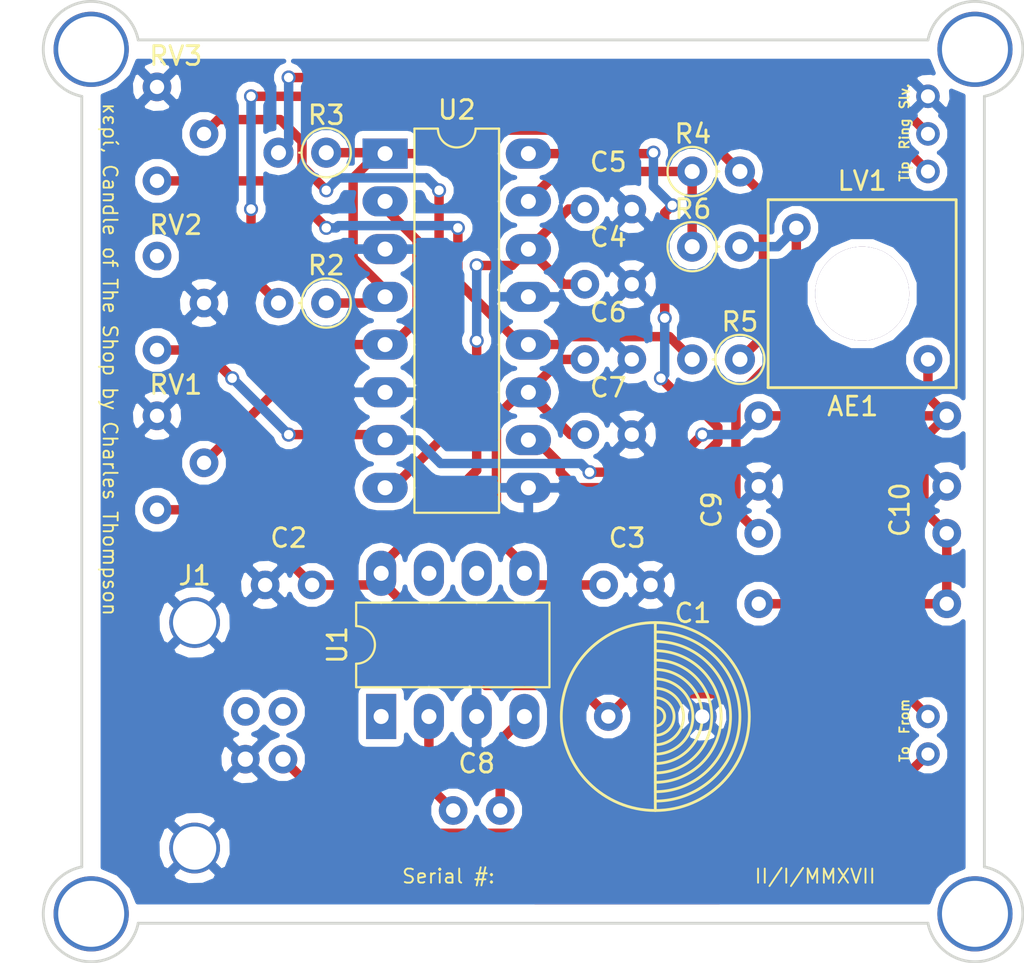
<source format=kicad_pcb>
(kicad_pcb (version 4) (host pcbnew 4.0.7)

  (general
    (links 58)
    (no_connects 0)
    (area 121.449999 74.375489 176.124511 128.075)
    (thickness 1.6)
    (drawings 11)
    (tracks 165)
    (zones 0)
    (modules 29)
    (nets 22)
  )

  (page A4)
  (title_block
    (title κερί)
    (comment 1 "Authored by Charles Thompson")
  )

  (layers
    (0 F.Cu signal)
    (31 B.Cu signal)
    (32 B.Adhes user)
    (33 F.Adhes user)
    (34 B.Paste user)
    (35 F.Paste user)
    (36 B.SilkS user)
    (37 F.SilkS user)
    (38 B.Mask user)
    (39 F.Mask user)
    (40 Dwgs.User user)
    (41 Cmts.User user)
    (42 Eco1.User user)
    (43 Eco2.User user)
    (44 Edge.Cuts user)
    (45 Margin user)
    (46 B.CrtYd user)
    (47 F.CrtYd user)
    (48 B.Fab user)
    (49 F.Fab user)
  )

  (setup
    (last_trace_width 0.5)
    (trace_clearance 0.2)
    (zone_clearance 0.4)
    (zone_45_only no)
    (trace_min 0.2)
    (segment_width 0.2)
    (edge_width 0.15)
    (via_size 0.75)
    (via_drill 0.5)
    (via_min_size 0.4)
    (via_min_drill 0.3)
    (uvia_size 0.3)
    (uvia_drill 0.1)
    (uvias_allowed no)
    (uvia_min_size 0.2)
    (uvia_min_drill 0.1)
    (pcb_text_width 0.3)
    (pcb_text_size 1.5 1.5)
    (mod_edge_width 0.15)
    (mod_text_size 1 1)
    (mod_text_width 0.15)
    (pad_size 0.6 0.7)
    (pad_drill 0)
    (pad_to_mask_clearance 0.2)
    (aux_axis_origin 123.8 125.7)
    (visible_elements FFFFFFFF)
    (pcbplotparams
      (layerselection 0x010fc_80000001)
      (usegerberextensions false)
      (gerberprecision 5)
      (excludeedgelayer true)
      (linewidth 0.100000)
      (plotframeref false)
      (viasonmask false)
      (mode 1)
      (useauxorigin false)
      (hpglpennumber 1)
      (hpglpenspeed 20)
      (hpglpendiameter 15)
      (hpglpenoverlay 2)
      (psnegative false)
      (psa4output false)
      (plotreference true)
      (plotvalue true)
      (plotinvisibletext false)
      (padsonsilk false)
      (subtractmaskfromsilk false)
      (outputformat 1)
      (mirror false)
      (drillshape 0)
      (scaleselection 1)
      (outputdirectory gerbers))
  )

  (net 0 "")
  (net 1 "Net-(AE1-Pad1)")
  (net 2 VDD)
  (net 3 Earth)
  (net 4 VEE)
  (net 5 "Net-(C8-Pad1)")
  (net 6 "Net-(C8-Pad2)")
  (net 7 "Net-(C9-Pad2)")
  (net 8 "Net-(J1-Pad2)")
  (net 9 "Net-(J1-Pad1)")
  (net 10 "Net-(J1-Pad3)")
  (net 11 "Net-(J2-Pad1)")
  (net 12 "Net-(J2-Pad2)")
  (net 13 "Net-(-6-Pad1)")
  (net 14 "Net-(-2-Pad1)")
  (net 15 "Net-(R5-Pad2)")
  (net 16 "Net-(-3-Pad1)")
  (net 17 "Net-(RV2-Pad3)")
  (net 18 "Net-(-4-Pad1)")
  (net 19 "Net-(U1-Pad6)")
  (net 20 "Net-(U1-Pad7)")
  (net 21 "Net-(-1-Pad1)")

  (net_class Default "This is the default net class."
    (clearance 0.2)
    (trace_width 0.5)
    (via_dia 0.75)
    (via_drill 0.5)
    (uvia_dia 0.3)
    (uvia_drill 0.1)
    (add_net Earth)
    (add_net "Net-(-1-Pad1)")
    (add_net "Net-(-2-Pad1)")
    (add_net "Net-(-3-Pad1)")
    (add_net "Net-(-4-Pad1)")
    (add_net "Net-(-6-Pad1)")
    (add_net "Net-(AE1-Pad1)")
    (add_net "Net-(C8-Pad1)")
    (add_net "Net-(C8-Pad2)")
    (add_net "Net-(C9-Pad2)")
    (add_net "Net-(J1-Pad1)")
    (add_net "Net-(J1-Pad2)")
    (add_net "Net-(J1-Pad3)")
    (add_net "Net-(J2-Pad1)")
    (add_net "Net-(J2-Pad2)")
    (add_net "Net-(R5-Pad2)")
    (add_net "Net-(RV2-Pad3)")
    (add_net "Net-(U1-Pad6)")
    (add_net "Net-(U1-Pad7)")
    (add_net VDD)
    (add_net VEE)
  )

  (net_class PWR ""
    (clearance 0.2)
    (trace_width 0.625)
    (via_dia 0.825)
    (via_drill 0.625)
    (uvia_dia 0.3)
    (uvia_drill 0.1)
  )

  (module footprints:mast (layer F.Cu) (tedit 5A3696B1) (tstamp 5A71ED44)
    (at 167 101.5)
    (path /5A6FF409)
    (fp_text reference AE1 (at 0 -5.5) (layer F.SilkS)
      (effects (font (size 1 1) (thickness 0.15)))
    )
    (fp_text value Antenna (at 0 -0.5) (layer F.Fab)
      (effects (font (size 1 1) (thickness 0.15)))
    )
    (pad 1 thru_hole circle (at 5 -5) (size 1.524 1.524) (drill 0.762) (layers *.Cu *.Mask)
      (net 1 "Net-(AE1-Pad1)"))
    (pad 1 thru_hole circle (at -5 -5) (size 1.524 1.524) (drill 0.762) (layers *.Cu *.Mask)
      (net 1 "Net-(AE1-Pad1)"))
    (pad 1 thru_hole circle (at -5 5) (size 1.524 1.524) (drill 0.762) (layers *.Cu *.Mask)
      (net 1 "Net-(AE1-Pad1)"))
    (pad 1 thru_hole circle (at 5 5) (size 1.524 1.524) (drill 0.762) (layers *.Cu *.Mask)
      (net 1 "Net-(AE1-Pad1)"))
  )

  (module footprints:EEU-FS0J332B (layer F.Cu) (tedit 5A6F8CD9) (tstamp 5A71ED55)
    (at 156.5 112.5 180)
    (path /5A7000CD)
    (fp_text reference C1 (at -2 5.5 180) (layer F.SilkS)
      (effects (font (size 1 1) (thickness 0.15)))
    )
    (fp_text value 2200u (at 0 -7.5 180) (layer F.Fab)
      (effects (font (size 1 1) (thickness 0.15)))
    )
    (fp_arc (start 0 0) (end 0 0.5) (angle 180) (layer F.SilkS) (width 0.15))
    (fp_arc (start 0 0) (end 0 1) (angle 180) (layer F.SilkS) (width 0.15))
    (fp_arc (start 0 0) (end 0 1.5) (angle 180) (layer F.SilkS) (width 0.15))
    (fp_arc (start 0 0) (end 0 2) (angle 180) (layer F.SilkS) (width 0.15))
    (fp_arc (start 0 0) (end 0 2.5) (angle 180) (layer F.SilkS) (width 0.15))
    (fp_arc (start 0 0) (end 0 3) (angle 180) (layer F.SilkS) (width 0.15))
    (fp_arc (start 0 0) (end 0 3.5) (angle 180) (layer F.SilkS) (width 0.15))
    (fp_arc (start 0 0) (end 0 4) (angle 180) (layer F.SilkS) (width 0.15))
    (fp_arc (start 0 0) (end 0 4.5) (angle 180) (layer F.SilkS) (width 0.15))
    (fp_line (start 0 -5) (end 0 5) (layer F.SilkS) (width 0.15))
    (fp_circle (center 0 0) (end 5 0) (layer F.SilkS) (width 0.15))
    (pad 1 thru_hole circle (at 2.5 0 180) (size 1.524 1.524) (drill 0.762) (layers *.Cu *.Mask)
      (net 2 VDD))
    (pad 2 thru_hole circle (at -2.5 0 180) (size 1.524 1.524) (drill 0.762) (layers *.Cu *.Mask)
      (net 3 Earth))
  )

  (module footprints:FA16C0G1H473JNU00 (layer F.Cu) (tedit 5A70D817) (tstamp 5A71ED5F)
    (at 137 105.5)
    (path /5A70176E)
    (fp_text reference C2 (at 0 -2.5) (layer F.SilkS)
      (effects (font (size 1 1) (thickness 0.15)))
    )
    (fp_text value 1u (at 0 -3.75) (layer F.Fab)
      (effects (font (size 1 1) (thickness 0.15)))
    )
    (fp_line (start -2.75 -1.75) (end -2.75 1.75) (layer F.CrtYd) (width 0.15))
    (fp_line (start 2.75 -1.75) (end -2.75 -1.75) (layer F.CrtYd) (width 0.15))
    (fp_line (start 2.75 1.75) (end 2.75 -1.75) (layer F.CrtYd) (width 0.15))
    (fp_line (start -2.75 1.75) (end 2.75 1.75) (layer F.CrtYd) (width 0.15))
    (pad 1 thru_hole circle (at 1.25 0) (size 1.524 1.524) (drill 0.762) (layers *.Cu *.Mask)
      (net 2 VDD))
    (pad 2 thru_hole circle (at -1.25 0) (size 1.524 1.524) (drill 0.762) (layers *.Cu *.Mask)
      (net 3 Earth))
  )

  (module footprints:FA16C0G1H473JNU00 (layer F.Cu) (tedit 5A70D817) (tstamp 5A71ED69)
    (at 155 105.5)
    (path /5A700F2B)
    (fp_text reference C3 (at 0 -2.5) (layer F.SilkS)
      (effects (font (size 1 1) (thickness 0.15)))
    )
    (fp_text value 1u (at 0 -3.75) (layer F.Fab)
      (effects (font (size 1 1) (thickness 0.15)))
    )
    (fp_line (start -2.75 -1.75) (end -2.75 1.75) (layer F.CrtYd) (width 0.15))
    (fp_line (start 2.75 -1.75) (end -2.75 -1.75) (layer F.CrtYd) (width 0.15))
    (fp_line (start 2.75 1.75) (end 2.75 -1.75) (layer F.CrtYd) (width 0.15))
    (fp_line (start -2.75 1.75) (end 2.75 1.75) (layer F.CrtYd) (width 0.15))
    (pad 1 thru_hole circle (at 1.25 0) (size 1.524 1.524) (drill 0.762) (layers *.Cu *.Mask)
      (net 3 Earth))
    (pad 2 thru_hole circle (at -1.25 0) (size 1.524 1.524) (drill 0.762) (layers *.Cu *.Mask)
      (net 4 VEE))
  )

  (module footprints:FA16C0G1H473JNU00 (layer F.Cu) (tedit 5A70D817) (tstamp 5A71ED73)
    (at 154 89.5)
    (path /5A6F40A3)
    (fp_text reference C4 (at 0 -2.5) (layer F.SilkS)
      (effects (font (size 1 1) (thickness 0.15)))
    )
    (fp_text value 0.1u (at 0 -3.75) (layer F.Fab)
      (effects (font (size 1 1) (thickness 0.15)))
    )
    (fp_line (start -2.75 -1.75) (end -2.75 1.75) (layer F.CrtYd) (width 0.15))
    (fp_line (start 2.75 -1.75) (end -2.75 -1.75) (layer F.CrtYd) (width 0.15))
    (fp_line (start 2.75 1.75) (end 2.75 -1.75) (layer F.CrtYd) (width 0.15))
    (fp_line (start -2.75 1.75) (end 2.75 1.75) (layer F.CrtYd) (width 0.15))
    (pad 1 thru_hole circle (at 1.25 0) (size 1.524 1.524) (drill 0.762) (layers *.Cu *.Mask)
      (net 3 Earth))
    (pad 2 thru_hole circle (at -1.25 0) (size 1.524 1.524) (drill 0.762) (layers *.Cu *.Mask)
      (net 2 VDD))
  )

  (module footprints:FA16C0G1H473JNU00 (layer F.Cu) (tedit 5A70D817) (tstamp 5A71ED7D)
    (at 154 85.5)
    (path /5A6F4034)
    (fp_text reference C5 (at 0 -2.5) (layer F.SilkS)
      (effects (font (size 1 1) (thickness 0.15)))
    )
    (fp_text value 4.7u (at 0 -3.75) (layer F.Fab)
      (effects (font (size 1 1) (thickness 0.15)))
    )
    (fp_line (start -2.75 -1.75) (end -2.75 1.75) (layer F.CrtYd) (width 0.15))
    (fp_line (start 2.75 -1.75) (end -2.75 -1.75) (layer F.CrtYd) (width 0.15))
    (fp_line (start 2.75 1.75) (end 2.75 -1.75) (layer F.CrtYd) (width 0.15))
    (fp_line (start -2.75 1.75) (end 2.75 1.75) (layer F.CrtYd) (width 0.15))
    (pad 1 thru_hole circle (at 1.25 0) (size 1.524 1.524) (drill 0.762) (layers *.Cu *.Mask)
      (net 3 Earth))
    (pad 2 thru_hole circle (at -1.25 0) (size 1.524 1.524) (drill 0.762) (layers *.Cu *.Mask)
      (net 2 VDD))
  )

  (module footprints:FA16C0G1H473JNU00 (layer F.Cu) (tedit 5A70D817) (tstamp 5A71ED87)
    (at 154 93.5)
    (path /5A6F3C9B)
    (fp_text reference C6 (at 0 -2.5) (layer F.SilkS)
      (effects (font (size 1 1) (thickness 0.15)))
    )
    (fp_text value 0.1u (at 0 -3.75) (layer F.Fab)
      (effects (font (size 1 1) (thickness 0.15)))
    )
    (fp_line (start -2.75 -1.75) (end -2.75 1.75) (layer F.CrtYd) (width 0.15))
    (fp_line (start 2.75 -1.75) (end -2.75 -1.75) (layer F.CrtYd) (width 0.15))
    (fp_line (start 2.75 1.75) (end 2.75 -1.75) (layer F.CrtYd) (width 0.15))
    (fp_line (start -2.75 1.75) (end 2.75 1.75) (layer F.CrtYd) (width 0.15))
    (pad 1 thru_hole circle (at 1.25 0) (size 1.524 1.524) (drill 0.762) (layers *.Cu *.Mask)
      (net 3 Earth))
    (pad 2 thru_hole circle (at -1.25 0) (size 1.524 1.524) (drill 0.762) (layers *.Cu *.Mask)
      (net 4 VEE))
  )

  (module footprints:FA16C0G1H473JNU00 (layer F.Cu) (tedit 5A70D817) (tstamp 5A71ED91)
    (at 154 97.5)
    (path /5A6F3BD0)
    (fp_text reference C7 (at 0 -2.5) (layer F.SilkS)
      (effects (font (size 1 1) (thickness 0.15)))
    )
    (fp_text value 4.7u (at 0 -3.75) (layer F.Fab)
      (effects (font (size 1 1) (thickness 0.15)))
    )
    (fp_line (start -2.75 -1.75) (end -2.75 1.75) (layer F.CrtYd) (width 0.15))
    (fp_line (start 2.75 -1.75) (end -2.75 -1.75) (layer F.CrtYd) (width 0.15))
    (fp_line (start 2.75 1.75) (end 2.75 -1.75) (layer F.CrtYd) (width 0.15))
    (fp_line (start -2.75 1.75) (end 2.75 1.75) (layer F.CrtYd) (width 0.15))
    (pad 1 thru_hole circle (at 1.25 0) (size 1.524 1.524) (drill 0.762) (layers *.Cu *.Mask)
      (net 3 Earth))
    (pad 2 thru_hole circle (at -1.25 0) (size 1.524 1.524) (drill 0.762) (layers *.Cu *.Mask)
      (net 4 VEE))
  )

  (module footprints:FA16C0G1H473JNU00 (layer F.Cu) (tedit 5A70D817) (tstamp 5A71ED9B)
    (at 147 117.5)
    (path /5A701ACA)
    (fp_text reference C8 (at 0 -2.5) (layer F.SilkS)
      (effects (font (size 1 1) (thickness 0.15)))
    )
    (fp_text value 1u (at 0 -3.75) (layer F.Fab)
      (effects (font (size 1 1) (thickness 0.15)))
    )
    (fp_line (start -2.75 -1.75) (end -2.75 1.75) (layer F.CrtYd) (width 0.15))
    (fp_line (start 2.75 -1.75) (end -2.75 -1.75) (layer F.CrtYd) (width 0.15))
    (fp_line (start 2.75 1.75) (end 2.75 -1.75) (layer F.CrtYd) (width 0.15))
    (fp_line (start -2.75 1.75) (end 2.75 1.75) (layer F.CrtYd) (width 0.15))
    (pad 1 thru_hole circle (at 1.25 0) (size 1.524 1.524) (drill 0.762) (layers *.Cu *.Mask)
      (net 5 "Net-(C8-Pad1)"))
    (pad 2 thru_hole circle (at -1.25 0) (size 1.524 1.524) (drill 0.762) (layers *.Cu *.Mask)
      (net 6 "Net-(C8-Pad2)"))
  )

  (module footprints:FA16C0G1H473JNU00 (layer F.Cu) (tedit 5A70D817) (tstamp 5A71EDA5)
    (at 162 101.5 90)
    (path /5A6F9488)
    (fp_text reference C9 (at 0 -2.5 90) (layer F.SilkS)
      (effects (font (size 1 1) (thickness 0.15)))
    )
    (fp_text value 47n (at 0 -3.75 90) (layer F.Fab)
      (effects (font (size 1 1) (thickness 0.15)))
    )
    (fp_line (start -2.75 -1.75) (end -2.75 1.75) (layer F.CrtYd) (width 0.15))
    (fp_line (start 2.75 -1.75) (end -2.75 -1.75) (layer F.CrtYd) (width 0.15))
    (fp_line (start 2.75 1.75) (end 2.75 -1.75) (layer F.CrtYd) (width 0.15))
    (fp_line (start -2.75 1.75) (end 2.75 1.75) (layer F.CrtYd) (width 0.15))
    (pad 1 thru_hole circle (at 1.25 0 90) (size 1.524 1.524) (drill 0.762) (layers *.Cu *.Mask)
      (net 3 Earth))
    (pad 2 thru_hole circle (at -1.25 0 90) (size 1.524 1.524) (drill 0.762) (layers *.Cu *.Mask)
      (net 7 "Net-(C9-Pad2)"))
  )

  (module footprints:FA16C0G1H473JNU00 (layer F.Cu) (tedit 5A70D817) (tstamp 5A71EDAF)
    (at 172 101.5 90)
    (path /5A6F9686)
    (fp_text reference C10 (at 0 -2.5 90) (layer F.SilkS)
      (effects (font (size 1 1) (thickness 0.15)))
    )
    (fp_text value 47n (at 0 -3.75 90) (layer F.Fab)
      (effects (font (size 1 1) (thickness 0.15)))
    )
    (fp_line (start -2.75 -1.75) (end -2.75 1.75) (layer F.CrtYd) (width 0.15))
    (fp_line (start 2.75 -1.75) (end -2.75 -1.75) (layer F.CrtYd) (width 0.15))
    (fp_line (start 2.75 1.75) (end 2.75 -1.75) (layer F.CrtYd) (width 0.15))
    (fp_line (start -2.75 1.75) (end 2.75 1.75) (layer F.CrtYd) (width 0.15))
    (pad 1 thru_hole circle (at 1.25 0 90) (size 1.524 1.524) (drill 0.762) (layers *.Cu *.Mask)
      (net 3 Earth))
    (pad 2 thru_hole circle (at -1.25 0 90) (size 1.524 1.524) (drill 0.762) (layers *.Cu *.Mask)
      (net 1 "Net-(AE1-Pad1)"))
  )

  (module footprints:USB_B (layer F.Cu) (tedit 5A71E504) (tstamp 5A71EDBF)
    (at 136.7 114.77 180)
    (descr "USB B connector")
    (tags "USB_B USB_DEV")
    (path /5A6FD836)
    (fp_text reference J1 (at 4.7 9.77 180) (layer F.SilkS)
      (effects (font (size 1 1) (thickness 0.15)))
    )
    (fp_text value "PWR IN" (at 4.7 1.27 270) (layer F.Fab)
      (effects (font (size 1 1) (thickness 0.15)))
    )
    (fp_line (start 6.35 7.37) (end 14.99 7.37) (layer F.CrtYd) (width 0.12))
    (fp_line (start -2.03 7.37) (end 3.05 7.37) (layer F.CrtYd) (width 0.12))
    (fp_line (start 6.35 -4.83) (end 14.99 -4.83) (layer F.CrtYd) (width 0.12))
    (fp_line (start -2.03 -4.83) (end 3.05 -4.83) (layer F.CrtYd) (width 0.12))
    (fp_line (start 14.99 -4.83) (end 14.99 7.37) (layer F.CrtYd) (width 0.12))
    (fp_line (start -2.03 7.37) (end -2.03 -4.83) (layer F.CrtYd) (width 0.12))
    (pad 2 thru_hole circle (at 0 2.54 90) (size 1.52 1.52) (drill 0.81) (layers *.Cu *.Mask)
      (net 8 "Net-(J1-Pad2)"))
    (pad 1 thru_hole circle (at 0 0 90) (size 1.52 1.52) (drill 0.81) (layers *.Cu *.Mask)
      (net 9 "Net-(J1-Pad1)"))
    (pad 4 thru_hole circle (at 2 0 90) (size 1.52 1.52) (drill 0.81) (layers *.Cu *.Mask)
      (net 3 Earth))
    (pad 3 thru_hole circle (at 2 2.54 90) (size 1.52 1.52) (drill 0.81) (layers *.Cu *.Mask)
      (net 10 "Net-(J1-Pad3)"))
    (pad 5 thru_hole circle (at 4.7 7.27 90) (size 2.7 2.7) (drill 2.3) (layers *.Cu *.Mask)
      (net 3 Earth))
    (pad 5 thru_hole circle (at 4.7 -4.73 90) (size 2.7 2.7) (drill 2.3) (layers *.Cu *.Mask)
      (net 3 Earth))
    (model ${KISYS3DMOD}/Connectors.3dshapes/USB_B.wrl
      (at (xyz 0.18 -0.05 0))
      (scale (xyz 0.39 0.39 0.39))
      (rotate (xyz 0 0 -90))
    )
  )

  (module footprints:audio_in_panel (layer F.Cu) (tedit 5A3EAA2D) (tstamp 5A71EDC9)
    (at 171 81.5 90)
    (path /5A6F489E)
    (fp_text reference J2 (at 0 2 90) (layer F.SilkS) hide
      (effects (font (size 1 1) (thickness 0.03175)))
    )
    (fp_text value "Audio In" (at 0 -2 90) (layer F.Fab) hide
      (effects (font (size 1 1) (thickness 0.15)))
    )
    (fp_text user Ring (at 0 -1.25 90) (layer F.SilkS)
      (effects (font (size 0.5 0.5) (thickness 0.1)))
    )
    (fp_text user Slv. (at 2 -1.25 90) (layer F.SilkS)
      (effects (font (size 0.5 0.5) (thickness 0.1)))
    )
    (fp_text user Tip (at -2 -1.25 90) (layer F.SilkS)
      (effects (font (size 0.5 0.5) (thickness 0.1)))
    )
    (pad 3 thru_hole circle (at 2 0 90) (size 1.25 1.25) (drill 0.75) (layers *.Cu *.Mask)
      (net 3 Earth))
    (pad 1 thru_hole circle (at -2 0 90) (size 1.25 1.25) (drill 0.75) (layers *.Cu *.Mask)
      (net 11 "Net-(J2-Pad1)"))
    (pad 2 thru_hole circle (at 0 0 90) (size 1.25 1.25) (drill 0.75) (layers *.Cu *.Mask)
      (net 12 "Net-(J2-Pad2)"))
  )

  (module footprints:143-11J12L (layer F.Cu) (tedit 5A7083BF) (tstamp 5A71EDD4)
    (at 167.5 90 90)
    (path /5A6F8AE6)
    (fp_text reference LV1 (at 6 0 180) (layer F.SilkS)
      (effects (font (size 1 1) (thickness 0.15)))
    )
    (fp_text value 708n (at 0 -5.75 90) (layer F.Fab)
      (effects (font (size 1 1) (thickness 0.15)))
    )
    (fp_line (start -5 -5) (end -5 5) (layer F.SilkS) (width 0.15))
    (fp_line (start 5 -5) (end -5 -5) (layer F.SilkS) (width 0.15))
    (fp_line (start 5 5) (end 5 -5) (layer F.SilkS) (width 0.15))
    (fp_line (start -5 5) (end 5 5) (layer F.SilkS) (width 0.15))
    (pad 1 thru_hole circle (at 3.5 -3.5 90) (size 1.524 1.524) (drill 0.762) (layers *.Cu *.Mask)
      (net 7 "Net-(C9-Pad2)"))
    (pad 2 thru_hole circle (at -3.5 3.5 90) (size 1.524 1.524) (drill 0.762) (layers *.Cu *.Mask)
      (net 1 "Net-(AE1-Pad1)"))
    (pad "" thru_hole circle (at 0 0 90) (size 5 5) (drill 5) (layers *.Cu *.Mask))
  )

  (module Resistors_THT:R_Axial_DIN0207_L6.3mm_D2.5mm_P2.54mm_Vertical (layer F.Cu) (tedit 5874F706) (tstamp 5A71EDE2)
    (at 139 90.5 180)
    (descr "Resistor, Axial_DIN0207 series, Axial, Vertical, pin pitch=2.54mm, 0.25W = 1/4W, length*diameter=6.3*2.5mm^2, http://cdn-reichelt.de/documents/datenblatt/B400/1_4W%23YAG.pdf")
    (tags "Resistor Axial_DIN0207 series Axial Vertical pin pitch 2.54mm 0.25W = 1/4W length 6.3mm diameter 2.5mm")
    (path /5A6F4932)
    (fp_text reference R2 (at 0 2 180) (layer F.SilkS)
      (effects (font (size 1 1) (thickness 0.15)))
    )
    (fp_text value 2.2k (at 1.27 2.31 180) (layer F.Fab)
      (effects (font (size 1 1) (thickness 0.15)))
    )
    (fp_circle (center 0 0) (end 1.25 0) (layer F.Fab) (width 0.1))
    (fp_circle (center 0 0) (end 1.31 0) (layer F.SilkS) (width 0.12))
    (fp_line (start 0 0) (end 2.54 0) (layer F.Fab) (width 0.1))
    (fp_line (start 1.31 0) (end 1.44 0) (layer F.SilkS) (width 0.12))
    (fp_line (start -1.6 -1.6) (end -1.6 1.6) (layer F.CrtYd) (width 0.05))
    (fp_line (start -1.6 1.6) (end 3.65 1.6) (layer F.CrtYd) (width 0.05))
    (fp_line (start 3.65 1.6) (end 3.65 -1.6) (layer F.CrtYd) (width 0.05))
    (fp_line (start 3.65 -1.6) (end -1.6 -1.6) (layer F.CrtYd) (width 0.05))
    (pad 1 thru_hole circle (at 0 0 180) (size 1.6 1.6) (drill 0.8) (layers *.Cu *.Mask)
      (net 13 "Net-(-6-Pad1)"))
    (pad 2 thru_hole oval (at 2.54 0 180) (size 1.6 1.6) (drill 0.8) (layers *.Cu *.Mask)
      (net 11 "Net-(J2-Pad1)"))
    (model ${KISYS3DMOD}/Resistors_THT.3dshapes/R_Axial_DIN0207_L6.3mm_D2.5mm_P2.54mm_Vertical.wrl
      (at (xyz 0 0 0))
      (scale (xyz 0.393701 0.393701 0.393701))
      (rotate (xyz 0 0 0))
    )
  )

  (module Resistors_THT:R_Axial_DIN0207_L6.3mm_D2.5mm_P2.54mm_Vertical (layer F.Cu) (tedit 5874F706) (tstamp 5A71EDF0)
    (at 139 82.5 180)
    (descr "Resistor, Axial_DIN0207 series, Axial, Vertical, pin pitch=2.54mm, 0.25W = 1/4W, length*diameter=6.3*2.5mm^2, http://cdn-reichelt.de/documents/datenblatt/B400/1_4W%23YAG.pdf")
    (tags "Resistor Axial_DIN0207 series Axial Vertical pin pitch 2.54mm 0.25W = 1/4W length 6.3mm diameter 2.5mm")
    (path /5A6F4974)
    (fp_text reference R3 (at 0 2 180) (layer F.SilkS)
      (effects (font (size 1 1) (thickness 0.15)))
    )
    (fp_text value 2.2k (at 1.27 2.31 180) (layer F.Fab)
      (effects (font (size 1 1) (thickness 0.15)))
    )
    (fp_circle (center 0 0) (end 1.25 0) (layer F.Fab) (width 0.1))
    (fp_circle (center 0 0) (end 1.31 0) (layer F.SilkS) (width 0.12))
    (fp_line (start 0 0) (end 2.54 0) (layer F.Fab) (width 0.1))
    (fp_line (start 1.31 0) (end 1.44 0) (layer F.SilkS) (width 0.12))
    (fp_line (start -1.6 -1.6) (end -1.6 1.6) (layer F.CrtYd) (width 0.05))
    (fp_line (start -1.6 1.6) (end 3.65 1.6) (layer F.CrtYd) (width 0.05))
    (fp_line (start 3.65 1.6) (end 3.65 -1.6) (layer F.CrtYd) (width 0.05))
    (fp_line (start 3.65 -1.6) (end -1.6 -1.6) (layer F.CrtYd) (width 0.05))
    (pad 1 thru_hole circle (at 0 0 180) (size 1.6 1.6) (drill 0.8) (layers *.Cu *.Mask)
      (net 13 "Net-(-6-Pad1)"))
    (pad 2 thru_hole oval (at 2.54 0 180) (size 1.6 1.6) (drill 0.8) (layers *.Cu *.Mask)
      (net 12 "Net-(J2-Pad2)"))
    (model ${KISYS3DMOD}/Resistors_THT.3dshapes/R_Axial_DIN0207_L6.3mm_D2.5mm_P2.54mm_Vertical.wrl
      (at (xyz 0 0 0))
      (scale (xyz 0.393701 0.393701 0.393701))
      (rotate (xyz 0 0 0))
    )
  )

  (module Resistors_THT:R_Axial_DIN0207_L6.3mm_D2.5mm_P2.54mm_Vertical (layer F.Cu) (tedit 5874F706) (tstamp 5A71EDFE)
    (at 158.46 83.5)
    (descr "Resistor, Axial_DIN0207 series, Axial, Vertical, pin pitch=2.54mm, 0.25W = 1/4W, length*diameter=6.3*2.5mm^2, http://cdn-reichelt.de/documents/datenblatt/B400/1_4W%23YAG.pdf")
    (tags "Resistor Axial_DIN0207 series Axial Vertical pin pitch 2.54mm 0.25W = 1/4W length 6.3mm diameter 2.5mm")
    (path /5A6F4352)
    (fp_text reference R4 (at 0.04 -2) (layer F.SilkS)
      (effects (font (size 1 1) (thickness 0.15)))
    )
    (fp_text value 1k (at 1.27 2.31) (layer F.Fab)
      (effects (font (size 1 1) (thickness 0.15)))
    )
    (fp_circle (center 0 0) (end 1.25 0) (layer F.Fab) (width 0.1))
    (fp_circle (center 0 0) (end 1.31 0) (layer F.SilkS) (width 0.12))
    (fp_line (start 0 0) (end 2.54 0) (layer F.Fab) (width 0.1))
    (fp_line (start 1.31 0) (end 1.44 0) (layer F.SilkS) (width 0.12))
    (fp_line (start -1.6 -1.6) (end -1.6 1.6) (layer F.CrtYd) (width 0.05))
    (fp_line (start -1.6 1.6) (end 3.65 1.6) (layer F.CrtYd) (width 0.05))
    (fp_line (start 3.65 1.6) (end 3.65 -1.6) (layer F.CrtYd) (width 0.05))
    (fp_line (start 3.65 -1.6) (end -1.6 -1.6) (layer F.CrtYd) (width 0.05))
    (pad 1 thru_hole circle (at 0 0) (size 1.6 1.6) (drill 0.8) (layers *.Cu *.Mask)
      (net 14 "Net-(-2-Pad1)"))
    (pad 2 thru_hole oval (at 2.54 0) (size 1.6 1.6) (drill 0.8) (layers *.Cu *.Mask)
      (net 13 "Net-(-6-Pad1)"))
    (model ${KISYS3DMOD}/Resistors_THT.3dshapes/R_Axial_DIN0207_L6.3mm_D2.5mm_P2.54mm_Vertical.wrl
      (at (xyz 0 0 0))
      (scale (xyz 0.393701 0.393701 0.393701))
      (rotate (xyz 0 0 0))
    )
  )

  (module Resistors_THT:R_Axial_DIN0207_L6.3mm_D2.5mm_P2.54mm_Vertical (layer F.Cu) (tedit 5874F706) (tstamp 5A71EE0C)
    (at 161 93.5 180)
    (descr "Resistor, Axial_DIN0207 series, Axial, Vertical, pin pitch=2.54mm, 0.25W = 1/4W, length*diameter=6.3*2.5mm^2, http://cdn-reichelt.de/documents/datenblatt/B400/1_4W%23YAG.pdf")
    (tags "Resistor Axial_DIN0207 series Axial Vertical pin pitch 2.54mm 0.25W = 1/4W length 6.3mm diameter 2.5mm")
    (path /5A70E95A)
    (fp_text reference R5 (at 0 2 180) (layer F.SilkS)
      (effects (font (size 1 1) (thickness 0.15)))
    )
    (fp_text value 1k (at 1.27 2.31 180) (layer F.Fab)
      (effects (font (size 1 1) (thickness 0.15)))
    )
    (fp_circle (center 0 0) (end 1.25 0) (layer F.Fab) (width 0.1))
    (fp_circle (center 0 0) (end 1.31 0) (layer F.SilkS) (width 0.12))
    (fp_line (start 0 0) (end 2.54 0) (layer F.Fab) (width 0.1))
    (fp_line (start 1.31 0) (end 1.44 0) (layer F.SilkS) (width 0.12))
    (fp_line (start -1.6 -1.6) (end -1.6 1.6) (layer F.CrtYd) (width 0.05))
    (fp_line (start -1.6 1.6) (end 3.65 1.6) (layer F.CrtYd) (width 0.05))
    (fp_line (start 3.65 1.6) (end 3.65 -1.6) (layer F.CrtYd) (width 0.05))
    (fp_line (start 3.65 -1.6) (end -1.6 -1.6) (layer F.CrtYd) (width 0.05))
    (pad 1 thru_hole circle (at 0 0 180) (size 1.6 1.6) (drill 0.8) (layers *.Cu *.Mask)
      (net 13 "Net-(-6-Pad1)"))
    (pad 2 thru_hole oval (at 2.54 0 180) (size 1.6 1.6) (drill 0.8) (layers *.Cu *.Mask)
      (net 15 "Net-(R5-Pad2)"))
    (model ${KISYS3DMOD}/Resistors_THT.3dshapes/R_Axial_DIN0207_L6.3mm_D2.5mm_P2.54mm_Vertical.wrl
      (at (xyz 0 0 0))
      (scale (xyz 0.393701 0.393701 0.393701))
      (rotate (xyz 0 0 0))
    )
  )

  (module Resistors_THT:R_Axial_DIN0207_L6.3mm_D2.5mm_P2.54mm_Vertical (layer F.Cu) (tedit 5874F706) (tstamp 5A71EE1A)
    (at 158.46 87.5)
    (descr "Resistor, Axial_DIN0207 series, Axial, Vertical, pin pitch=2.54mm, 0.25W = 1/4W, length*diameter=6.3*2.5mm^2, http://cdn-reichelt.de/documents/datenblatt/B400/1_4W%23YAG.pdf")
    (tags "Resistor Axial_DIN0207 series Axial Vertical pin pitch 2.54mm 0.25W = 1/4W length 6.3mm diameter 2.5mm")
    (path /5A6F73E6)
    (fp_text reference R6 (at 0.04 -2) (layer F.SilkS)
      (effects (font (size 1 1) (thickness 0.15)))
    )
    (fp_text value 100 (at 1.27 2.31) (layer F.Fab)
      (effects (font (size 1 1) (thickness 0.15)))
    )
    (fp_circle (center 0 0) (end 1.25 0) (layer F.Fab) (width 0.1))
    (fp_circle (center 0 0) (end 1.31 0) (layer F.SilkS) (width 0.12))
    (fp_line (start 0 0) (end 2.54 0) (layer F.Fab) (width 0.1))
    (fp_line (start 1.31 0) (end 1.44 0) (layer F.SilkS) (width 0.12))
    (fp_line (start -1.6 -1.6) (end -1.6 1.6) (layer F.CrtYd) (width 0.05))
    (fp_line (start -1.6 1.6) (end 3.65 1.6) (layer F.CrtYd) (width 0.05))
    (fp_line (start 3.65 1.6) (end 3.65 -1.6) (layer F.CrtYd) (width 0.05))
    (fp_line (start 3.65 -1.6) (end -1.6 -1.6) (layer F.CrtYd) (width 0.05))
    (pad 1 thru_hole circle (at 0 0) (size 1.6 1.6) (drill 0.8) (layers *.Cu *.Mask)
      (net 14 "Net-(-2-Pad1)"))
    (pad 2 thru_hole oval (at 2.54 0) (size 1.6 1.6) (drill 0.8) (layers *.Cu *.Mask)
      (net 7 "Net-(C9-Pad2)"))
    (model ${KISYS3DMOD}/Resistors_THT.3dshapes/R_Axial_DIN0207_L6.3mm_D2.5mm_P2.54mm_Vertical.wrl
      (at (xyz 0 0 0))
      (scale (xyz 0.393701 0.393701 0.393701))
      (rotate (xyz 0 0 0))
    )
  )

  (module footprints:switch_panel (layer F.Cu) (tedit 5A71E53E) (tstamp 5A71EE4F)
    (at 171 113.5 90)
    (path /5A70DF07)
    (fp_text reference SW1 (at 0 0.5 90) (layer F.SilkS) hide
      (effects (font (size 1 1) (thickness 0.15)))
    )
    (fp_text value "Pwr Sw" (at 0 -0.5 90) (layer F.Fab) hide
      (effects (font (size 1 1) (thickness 0.15)))
    )
    (fp_text user To (at -1 -1.25 90) (layer F.SilkS)
      (effects (font (size 0.5 0.5) (thickness 0.1)))
    )
    (fp_text user From (at 1 -1.25 90) (layer F.SilkS)
      (effects (font (size 0.5 0.5) (thickness 0.1)))
    )
    (pad 2 thru_hole circle (at 1 0 90) (size 1.25 1.25) (drill 0.7) (layers *.Cu *.Mask)
      (net 2 VDD))
    (pad 1 thru_hole circle (at -1 0 90) (size 1.25 1.25) (drill 0.7) (layers *.Cu *.Mask)
      (net 9 "Net-(J1-Pad1)"))
  )

  (module Housings_DIP:DIP-8_W7.62mm_LongPads (layer F.Cu) (tedit 59C78D6B) (tstamp 5A71EE6B)
    (at 141.92 112.5 90)
    (descr "8-lead though-hole mounted DIP package, row spacing 7.62 mm (300 mils), LongPads")
    (tags "THT DIP DIL PDIP 2.54mm 7.62mm 300mil LongPads")
    (path /5A70C6BD)
    (fp_text reference U1 (at 3.81 -2.33 90) (layer F.SilkS)
      (effects (font (size 1 1) (thickness 0.15)))
    )
    (fp_text value TC7660H (at 3.81 9.95 90) (layer F.Fab)
      (effects (font (size 1 1) (thickness 0.15)))
    )
    (fp_arc (start 3.81 -1.33) (end 2.81 -1.33) (angle -180) (layer F.SilkS) (width 0.12))
    (fp_line (start 1.635 -1.27) (end 6.985 -1.27) (layer F.Fab) (width 0.1))
    (fp_line (start 6.985 -1.27) (end 6.985 8.89) (layer F.Fab) (width 0.1))
    (fp_line (start 6.985 8.89) (end 0.635 8.89) (layer F.Fab) (width 0.1))
    (fp_line (start 0.635 8.89) (end 0.635 -0.27) (layer F.Fab) (width 0.1))
    (fp_line (start 0.635 -0.27) (end 1.635 -1.27) (layer F.Fab) (width 0.1))
    (fp_line (start 2.81 -1.33) (end 1.56 -1.33) (layer F.SilkS) (width 0.12))
    (fp_line (start 1.56 -1.33) (end 1.56 8.95) (layer F.SilkS) (width 0.12))
    (fp_line (start 1.56 8.95) (end 6.06 8.95) (layer F.SilkS) (width 0.12))
    (fp_line (start 6.06 8.95) (end 6.06 -1.33) (layer F.SilkS) (width 0.12))
    (fp_line (start 6.06 -1.33) (end 4.81 -1.33) (layer F.SilkS) (width 0.12))
    (fp_line (start -1.45 -1.55) (end -1.45 9.15) (layer F.CrtYd) (width 0.05))
    (fp_line (start -1.45 9.15) (end 9.1 9.15) (layer F.CrtYd) (width 0.05))
    (fp_line (start 9.1 9.15) (end 9.1 -1.55) (layer F.CrtYd) (width 0.05))
    (fp_line (start 9.1 -1.55) (end -1.45 -1.55) (layer F.CrtYd) (width 0.05))
    (fp_text user %R (at 3.81 3.81 90) (layer F.Fab)
      (effects (font (size 1 1) (thickness 0.15)))
    )
    (pad 1 thru_hole rect (at 0 0 90) (size 2.4 1.6) (drill 0.8) (layers *.Cu *.Mask))
    (pad 5 thru_hole oval (at 7.62 7.62 90) (size 2.4 1.6) (drill 0.8) (layers *.Cu *.Mask)
      (net 4 VEE))
    (pad 2 thru_hole oval (at 0 2.54 90) (size 2.4 1.6) (drill 0.8) (layers *.Cu *.Mask)
      (net 6 "Net-(C8-Pad2)"))
    (pad 6 thru_hole oval (at 7.62 5.08 90) (size 2.4 1.6) (drill 0.8) (layers *.Cu *.Mask)
      (net 19 "Net-(U1-Pad6)"))
    (pad 3 thru_hole oval (at 0 5.08 90) (size 2.4 1.6) (drill 0.8) (layers *.Cu *.Mask)
      (net 3 Earth))
    (pad 7 thru_hole oval (at 7.62 2.54 90) (size 2.4 1.6) (drill 0.8) (layers *.Cu *.Mask)
      (net 20 "Net-(U1-Pad7)"))
    (pad 4 thru_hole oval (at 0 7.62 90) (size 2.4 1.6) (drill 0.8) (layers *.Cu *.Mask)
      (net 5 "Net-(C8-Pad1)"))
    (pad 8 thru_hole oval (at 7.62 0 90) (size 2.4 1.6) (drill 0.8) (layers *.Cu *.Mask)
      (net 2 VDD))
    (model ${KISYS3DMOD}/Housings_DIP.3dshapes/DIP-8_W7.62mm.wrl
      (at (xyz 0 0 0))
      (scale (xyz 1 1 1))
      (rotate (xyz 0 0 0))
    )
  )

  (module Housings_DIP:DIP-16_W7.62mm_LongPads (layer F.Cu) (tedit 59C78D6B) (tstamp 5A71EE8F)
    (at 142.13 82.55)
    (descr "16-lead though-hole mounted DIP package, row spacing 7.62 mm (300 mils), LongPads")
    (tags "THT DIP DIL PDIP 2.54mm 7.62mm 300mil LongPads")
    (path /5A6F5982)
    (fp_text reference U2 (at 3.81 -2.33) (layer F.SilkS)
      (effects (font (size 1 1) (thickness 0.15)))
    )
    (fp_text value LT1260 (at 3.81 20.11) (layer F.Fab)
      (effects (font (size 1 1) (thickness 0.15)))
    )
    (fp_arc (start 3.81 -1.33) (end 2.81 -1.33) (angle -180) (layer F.SilkS) (width 0.12))
    (fp_line (start 1.635 -1.27) (end 6.985 -1.27) (layer F.Fab) (width 0.1))
    (fp_line (start 6.985 -1.27) (end 6.985 19.05) (layer F.Fab) (width 0.1))
    (fp_line (start 6.985 19.05) (end 0.635 19.05) (layer F.Fab) (width 0.1))
    (fp_line (start 0.635 19.05) (end 0.635 -0.27) (layer F.Fab) (width 0.1))
    (fp_line (start 0.635 -0.27) (end 1.635 -1.27) (layer F.Fab) (width 0.1))
    (fp_line (start 2.81 -1.33) (end 1.56 -1.33) (layer F.SilkS) (width 0.12))
    (fp_line (start 1.56 -1.33) (end 1.56 19.11) (layer F.SilkS) (width 0.12))
    (fp_line (start 1.56 19.11) (end 6.06 19.11) (layer F.SilkS) (width 0.12))
    (fp_line (start 6.06 19.11) (end 6.06 -1.33) (layer F.SilkS) (width 0.12))
    (fp_line (start 6.06 -1.33) (end 4.81 -1.33) (layer F.SilkS) (width 0.12))
    (fp_line (start -1.45 -1.55) (end -1.45 19.3) (layer F.CrtYd) (width 0.05))
    (fp_line (start -1.45 19.3) (end 9.1 19.3) (layer F.CrtYd) (width 0.05))
    (fp_line (start 9.1 19.3) (end 9.1 -1.55) (layer F.CrtYd) (width 0.05))
    (fp_line (start 9.1 -1.55) (end -1.45 -1.55) (layer F.CrtYd) (width 0.05))
    (fp_text user %R (at 3.81 8.89) (layer F.Fab)
      (effects (font (size 1 1) (thickness 0.15)))
    )
    (pad 1 thru_hole rect (at 0 0) (size 2.4 1.6) (drill 0.8) (layers *.Cu *.Mask)
      (net 13 "Net-(-6-Pad1)"))
    (pad 9 thru_hole oval (at 7.62 17.78) (size 2.4 1.6) (drill 0.8) (layers *.Cu *.Mask)
      (net 3 Earth))
    (pad 2 thru_hole oval (at 0 2.54) (size 2.4 1.6) (drill 0.8) (layers *.Cu *.Mask)
      (net 16 "Net-(-3-Pad1)"))
    (pad 10 thru_hole oval (at 7.62 15.24) (size 2.4 1.6) (drill 0.8) (layers *.Cu *.Mask)
      (net 21 "Net-(-1-Pad1)"))
    (pad 3 thru_hole oval (at 0 5.08) (size 2.4 1.6) (drill 0.8) (layers *.Cu *.Mask)
      (net 3 Earth))
    (pad 11 thru_hole oval (at 7.62 12.7) (size 2.4 1.6) (drill 0.8) (layers *.Cu *.Mask)
      (net 4 VEE))
    (pad 4 thru_hole oval (at 0 7.62) (size 2.4 1.6) (drill 0.8) (layers *.Cu *.Mask)
      (net 13 "Net-(-6-Pad1)"))
    (pad 12 thru_hole oval (at 7.62 10.16) (size 2.4 1.6) (drill 0.8) (layers *.Cu *.Mask)
      (net 15 "Net-(R5-Pad2)"))
    (pad 5 thru_hole oval (at 0 10.16) (size 2.4 1.6) (drill 0.8) (layers *.Cu *.Mask)
      (net 16 "Net-(-3-Pad1)"))
    (pad 13 thru_hole oval (at 7.62 7.62) (size 2.4 1.6) (drill 0.8) (layers *.Cu *.Mask)
      (net 3 Earth))
    (pad 6 thru_hole oval (at 0 12.7) (size 2.4 1.6) (drill 0.8) (layers *.Cu *.Mask)
      (net 3 Earth))
    (pad 14 thru_hole oval (at 7.62 5.08) (size 2.4 1.6) (drill 0.8) (layers *.Cu *.Mask)
      (net 2 VDD))
    (pad 7 thru_hole oval (at 0 15.24) (size 2.4 1.6) (drill 0.8) (layers *.Cu *.Mask)
      (net 1 "Net-(AE1-Pad1)"))
    (pad 15 thru_hole oval (at 7.62 2.54) (size 2.4 1.6) (drill 0.8) (layers *.Cu *.Mask)
      (net 14 "Net-(-2-Pad1)"))
    (pad 8 thru_hole oval (at 0 17.78) (size 2.4 1.6) (drill 0.8) (layers *.Cu *.Mask)
      (net 18 "Net-(-4-Pad1)"))
    (pad 16 thru_hole oval (at 7.62 0) (size 2.4 1.6) (drill 0.8) (layers *.Cu *.Mask)
      (net 21 "Net-(-1-Pad1)"))
    (model ${KISYS3DMOD}/Housings_DIP.3dshapes/DIP-16_W7.62mm.wrl
      (at (xyz 0 0 0))
      (scale (xyz 1 1 1))
      (rotate (xyz 0 0 0))
    )
  )

  (module footprints:#6_hole (layer F.Cu) (tedit 5A3DAB72) (tstamp 5A720EE9)
    (at 173.5 123)
    (fp_text reference "" (at 0 0.5) (layer F.SilkS) hide
      (effects (font (size 1 1) (thickness 0.15)))
    )
    (fp_text value "" (at 0 4) (layer F.Fab) hide
      (effects (font (size 1 1) (thickness 0.15)))
    )
    (pad 1 thru_hole circle (at 0 0) (size 4 4) (drill 3.51) (layers *.Cu *.Mask))
  )

  (module footprints:#6_hole (layer F.Cu) (tedit 5A3DAB72) (tstamp 5A720F67)
    (at 126.5 77)
    (fp_text reference "" (at 0 0.5) (layer F.SilkS) hide
      (effects (font (size 1 1) (thickness 0.15)))
    )
    (fp_text value "" (at 0 4) (layer F.Fab) hide
      (effects (font (size 1 1) (thickness 0.15)))
    )
    (pad 1 thru_hole circle (at 0 0) (size 4 4) (drill 3.51) (layers *.Cu *.Mask))
  )

  (module footprints:#6_hole (layer F.Cu) (tedit 5A3DAB72) (tstamp 5A720F70)
    (at 173.5 77)
    (fp_text reference "" (at 0 0.5) (layer F.SilkS) hide
      (effects (font (size 1 1) (thickness 0.15)))
    )
    (fp_text value "" (at 0 4) (layer F.Fab) hide
      (effects (font (size 1 1) (thickness 0.15)))
    )
    (pad 1 thru_hole circle (at 0 0) (size 4 4) (drill 3.51) (layers *.Cu *.Mask))
  )

  (module footprints:#6_hole (layer F.Cu) (tedit 5A3DAB72) (tstamp 5A735455)
    (at 126.5 123)
    (fp_text reference "" (at 0 0.5) (layer F.SilkS) hide
      (effects (font (size 1 1) (thickness 0.15)))
    )
    (fp_text value "" (at 0 4) (layer F.Fab) hide
      (effects (font (size 1 1) (thickness 0.15)))
    )
    (pad 1 thru_hole circle (at 0 0) (size 4 4) (drill 3.51) (layers *.Cu *.Mask))
  )

  (module footprints:3362S-1-103LF (layer F.Cu) (tedit 5A7372C9) (tstamp 5A71EE47)
    (at 131 81.5 90)
    (path /5A704DCA)
    (fp_text reference RV3 (at 4.15 0 180) (layer F.SilkS)
      (effects (font (size 1 1) (thickness 0.15)))
    )
    (fp_text value "10k Trigger" (at 0 4.25 90) (layer F.Fab)
      (effects (font (size 1 1) (thickness 0.15)))
    )
    (fp_line (start -0.5 -4.25) (end 0 -5) (layer F.CrtYd) (width 0.15))
    (fp_line (start 0.5 -4.25) (end -0.5 -4.25) (layer F.CrtYd) (width 0.15))
    (fp_line (start 0 -5) (end 0.5 -4.25) (layer F.CrtYd) (width 0.15))
    (fp_line (start 0 -2.5) (end 0 -5) (layer F.CrtYd) (width 0.15))
    (fp_line (start -3.5 2.5) (end -3.5 -2.5) (layer F.CrtYd) (width 0.15))
    (fp_line (start 3.5 2.5) (end -3.5 2.5) (layer F.CrtYd) (width 0.15))
    (fp_line (start 3.5 -2.5) (end 3.5 2.5) (layer F.CrtYd) (width 0.15))
    (fp_line (start -3.5 -2.5) (end 3.5 -2.5) (layer F.CrtYd) (width 0.15))
    (pad 2 thru_hole circle (at 0 1.5 90) (size 1.524 1.524) (drill 0.762) (layers *.Cu *.Mask)
      (net 18 "Net-(-4-Pad1)"))
    (pad 3 thru_hole circle (at 2.5 -1 90) (size 1.524 1.524) (drill 0.762) (layers *.Cu *.Mask)
      (net 3 Earth))
    (pad 1 thru_hole circle (at -2.5 -1 90) (size 1.524 1.524) (drill 0.762) (layers *.Cu *.Mask)
      (net 15 "Net-(R5-Pad2)"))
  )

  (module footprints:3362S-1-103LF (layer F.Cu) (tedit 5A7372C9) (tstamp 5A71EE38)
    (at 131 90.5 90)
    (path /5A6FA490)
    (fp_text reference RV2 (at 4.15 0 180) (layer F.SilkS)
      (effects (font (size 1 1) (thickness 0.15)))
    )
    (fp_text value "10k Bleedoff" (at 0 4.25 90) (layer F.Fab)
      (effects (font (size 1 1) (thickness 0.15)))
    )
    (fp_line (start -0.5 -4.25) (end 0 -5) (layer F.CrtYd) (width 0.15))
    (fp_line (start 0.5 -4.25) (end -0.5 -4.25) (layer F.CrtYd) (width 0.15))
    (fp_line (start 0 -5) (end 0.5 -4.25) (layer F.CrtYd) (width 0.15))
    (fp_line (start 0 -2.5) (end 0 -5) (layer F.CrtYd) (width 0.15))
    (fp_line (start -3.5 2.5) (end -3.5 -2.5) (layer F.CrtYd) (width 0.15))
    (fp_line (start 3.5 2.5) (end -3.5 2.5) (layer F.CrtYd) (width 0.15))
    (fp_line (start 3.5 -2.5) (end 3.5 2.5) (layer F.CrtYd) (width 0.15))
    (fp_line (start -3.5 -2.5) (end 3.5 -2.5) (layer F.CrtYd) (width 0.15))
    (pad 2 thru_hole circle (at 0 1.5 90) (size 1.524 1.524) (drill 0.762) (layers *.Cu *.Mask)
      (net 3 Earth))
    (pad 3 thru_hole circle (at 2.5 -1 90) (size 1.524 1.524) (drill 0.762) (layers *.Cu *.Mask)
      (net 17 "Net-(RV2-Pad3)"))
    (pad 1 thru_hole circle (at -2.5 -1 90) (size 1.524 1.524) (drill 0.762) (layers *.Cu *.Mask)
      (net 1 "Net-(AE1-Pad1)"))
  )

  (module footprints:3362S-1-103LF (layer F.Cu) (tedit 5A7372C9) (tstamp 5A71EE29)
    (at 131 99 90)
    (path /5A6F54D6)
    (fp_text reference RV1 (at 4.15 0 180) (layer F.SilkS)
      (effects (font (size 1 1) (thickness 0.15)))
    )
    (fp_text value "10k Offset" (at 0 4.25 90) (layer F.Fab)
      (effects (font (size 1 1) (thickness 0.15)))
    )
    (fp_line (start -0.5 -4.25) (end 0 -5) (layer F.CrtYd) (width 0.15))
    (fp_line (start 0.5 -4.25) (end -0.5 -4.25) (layer F.CrtYd) (width 0.15))
    (fp_line (start 0 -5) (end 0.5 -4.25) (layer F.CrtYd) (width 0.15))
    (fp_line (start 0 -2.5) (end 0 -5) (layer F.CrtYd) (width 0.15))
    (fp_line (start -3.5 2.5) (end -3.5 -2.5) (layer F.CrtYd) (width 0.15))
    (fp_line (start 3.5 2.5) (end -3.5 2.5) (layer F.CrtYd) (width 0.15))
    (fp_line (start 3.5 -2.5) (end 3.5 2.5) (layer F.CrtYd) (width 0.15))
    (fp_line (start -3.5 -2.5) (end 3.5 -2.5) (layer F.CrtYd) (width 0.15))
    (pad 2 thru_hole circle (at 0 1.5 90) (size 1.524 1.524) (drill 0.762) (layers *.Cu *.Mask)
      (net 16 "Net-(-3-Pad1)"))
    (pad 3 thru_hole circle (at 2.5 -1 90) (size 1.524 1.524) (drill 0.762) (layers *.Cu *.Mask)
      (net 3 Earth))
    (pad 1 thru_hole circle (at -2.5 -1 90) (size 1.524 1.524) (drill 0.762) (layers *.Cu *.Mask)
      (net 2 VDD))
  )

  (gr_text "II/I/MMXVII\n" (at 165 121) (layer F.SilkS)
    (effects (font (size 0.75 0.75) (thickness 0.1)))
  )
  (gr_text "κερί, Candle of The Shop by Charles Thompson\n" (at 127.5 93.5 270) (layer F.SilkS)
    (effects (font (size 0.75 0.75) (thickness 0.1)))
  )
  (gr_text "Serial #:" (at 145.5 121) (layer F.SilkS)
    (effects (font (size 0.75 0.75) (thickness 0.1)))
  )
  (gr_arc (start 173.5 123) (end 174 120.5) (angle 247.3801527) (layer Edge.Cuts) (width 0.15))
  (gr_line (start 174 120.5) (end 174 79.5) (layer Edge.Cuts) (width 0.15))
  (gr_arc (start 126.5 123) (end 129 123.5) (angle 247.3801527) (layer Edge.Cuts) (width 0.15))
  (gr_arc (start 126.5 77) (end 126 79.5) (angle 247.3801527) (layer Edge.Cuts) (width 0.15))
  (gr_arc (start 173.5 77) (end 171 76.5) (angle 247.3801527) (layer Edge.Cuts) (width 0.15))
  (gr_line (start 129 76.5) (end 171 76.5) (layer Edge.Cuts) (width 0.15))
  (gr_line (start 126 120.5) (end 126 79.5) (layer Edge.Cuts) (width 0.15))
  (gr_line (start 129 123.5) (end 171 123.5) (layer Edge.Cuts) (width 0.15))

  (segment (start 171 93.5) (end 171 95.5) (width 0.5) (layer F.Cu) (net 1))
  (segment (start 171 95.5) (end 172 96.5) (width 0.5) (layer F.Cu) (net 1))
  (segment (start 159 97.5) (end 161 97.5) (width 0.5) (layer B.Cu) (net 1))
  (segment (start 161 97.5) (end 162 96.5) (width 0.5) (layer B.Cu) (net 1))
  (segment (start 157 99.5) (end 159 97.5) (width 0.5) (layer F.Cu) (net 1))
  (via (at 159 97.5) (size 0.75) (drill 0.5) (layers F.Cu B.Cu) (net 1))
  (segment (start 153 99.5) (end 157 99.5) (width 0.5) (layer F.Cu) (net 1))
  (segment (start 142.13 97.79) (end 143.83 97.79) (width 0.5) (layer B.Cu) (net 1))
  (segment (start 143.83 97.79) (end 145.08001 99.04001) (width 0.5) (layer B.Cu) (net 1))
  (segment (start 145.08001 99.04001) (end 152.54001 99.04001) (width 0.5) (layer B.Cu) (net 1))
  (segment (start 152.54001 99.04001) (end 153 99.5) (width 0.5) (layer B.Cu) (net 1))
  (via (at 153 99.5) (size 0.75) (drill 0.5) (layers F.Cu B.Cu) (net 1))
  (segment (start 172 96.5) (end 170.787999 97.712001) (width 0.5) (layer F.Cu) (net 1))
  (segment (start 171.238001 101.988001) (end 172 102.75) (width 0.5) (layer F.Cu) (net 1))
  (segment (start 170.787999 97.712001) (end 170.787999 101.537999) (width 0.5) (layer F.Cu) (net 1))
  (segment (start 170.787999 101.537999) (end 171.238001 101.988001) (width 0.5) (layer F.Cu) (net 1))
  (segment (start 172 96.5) (end 162 96.5) (width 0.5) (layer F.Cu) (net 1))
  (segment (start 172 106.5) (end 162 106.5) (width 0.5) (layer F.Cu) (net 1))
  (segment (start 172 106.5) (end 172 102.75) (width 0.5) (layer F.Cu) (net 1))
  (segment (start 137 97.5) (end 141.84 97.5) (width 0.5) (layer F.Cu) (net 1))
  (segment (start 141.84 97.5) (end 142.13 97.79) (width 0.5) (layer F.Cu) (net 1))
  (segment (start 134 94.5) (end 137 97.5) (width 0.5) (layer B.Cu) (net 1))
  (via (at 137 97.5) (size 0.75) (drill 0.5) (layers F.Cu B.Cu) (net 1))
  (segment (start 130 93) (end 132.5 93) (width 0.5) (layer F.Cu) (net 1))
  (segment (start 132.5 93) (end 134 94.5) (width 0.5) (layer F.Cu) (net 1))
  (via (at 134 94.5) (size 0.75) (drill 0.5) (layers F.Cu B.Cu) (net 1))
  (segment (start 171 112.5) (end 169.787999 111.287999) (width 0.5) (layer F.Cu) (net 2))
  (segment (start 169.787999 111.287999) (end 155.212001 111.287999) (width 0.5) (layer F.Cu) (net 2))
  (segment (start 155.212001 111.287999) (end 154.761999 111.738001) (width 0.5) (layer F.Cu) (net 2))
  (segment (start 154.761999 111.738001) (end 154 112.5) (width 0.5) (layer F.Cu) (net 2))
  (segment (start 154 112.5) (end 152.34999 110.84999) (width 0.5) (layer F.Cu) (net 2))
  (segment (start 152.34999 110.84999) (end 147.48999 110.84999) (width 0.5) (layer F.Cu) (net 2))
  (segment (start 141.92 105.28) (end 141.92 104.88) (width 0.5) (layer F.Cu) (net 2))
  (segment (start 147.48999 110.84999) (end 141.92 105.28) (width 0.5) (layer F.Cu) (net 2))
  (segment (start 147 88.5) (end 148.88 88.5) (width 0.5) (layer F.Cu) (net 2))
  (segment (start 148.88 88.5) (end 149.75 87.63) (width 0.5) (layer F.Cu) (net 2))
  (segment (start 147 92.5) (end 147 88.5) (width 0.5) (layer B.Cu) (net 2))
  (via (at 147 88.5) (size 0.75) (drill 0.5) (layers F.Cu B.Cu) (net 2))
  (segment (start 141.92 104.88) (end 141.92 104.48) (width 0.5) (layer F.Cu) (net 2))
  (via (at 147 92.5) (size 0.75) (drill 0.5) (layers F.Cu B.Cu) (net 2))
  (segment (start 141.92 104.48) (end 147 99.4) (width 0.5) (layer F.Cu) (net 2))
  (segment (start 147 99.4) (end 147 92.5) (width 0.5) (layer F.Cu) (net 2))
  (segment (start 130 101.5) (end 134.25 101.5) (width 0.5) (layer F.Cu) (net 2))
  (segment (start 134.25 101.5) (end 138.25 105.5) (width 0.5) (layer F.Cu) (net 2))
  (segment (start 138.25 105.5) (end 141.3 105.5) (width 0.5) (layer F.Cu) (net 2))
  (segment (start 141.3 105.5) (end 141.92 104.88) (width 0.5) (layer F.Cu) (net 2))
  (segment (start 152.75 85.5) (end 151.88 85.5) (width 0.5) (layer F.Cu) (net 2))
  (segment (start 151.88 85.5) (end 149.75 87.63) (width 0.5) (layer F.Cu) (net 2))
  (segment (start 152.75 89.5) (end 151.62 89.5) (width 0.5) (layer F.Cu) (net 2))
  (segment (start 151.62 89.5) (end 149.75 87.63) (width 0.5) (layer F.Cu) (net 2))
  (segment (start 149.54 104.88) (end 149.54 104.48) (width 0.5) (layer F.Cu) (net 4))
  (segment (start 149.54 104.48) (end 148.05 102.99) (width 0.5) (layer F.Cu) (net 4))
  (segment (start 148.05 102.99) (end 148.05 96.55) (width 0.5) (layer F.Cu) (net 4))
  (segment (start 148.05 96.55) (end 149.35 95.25) (width 0.5) (layer F.Cu) (net 4))
  (segment (start 149.35 95.25) (end 149.75 95.25) (width 0.5) (layer F.Cu) (net 4))
  (segment (start 153.75 105.5) (end 150.16 105.5) (width 0.5) (layer F.Cu) (net 4))
  (segment (start 150.16 105.5) (end 149.54 104.88) (width 0.5) (layer F.Cu) (net 4))
  (segment (start 152.75 93.5) (end 151.5 93.5) (width 0.5) (layer F.Cu) (net 4))
  (segment (start 151.5 93.5) (end 149.75 95.25) (width 0.5) (layer F.Cu) (net 4))
  (segment (start 152.75 97.5) (end 152 97.5) (width 0.5) (layer F.Cu) (net 4))
  (segment (start 152 97.5) (end 149.75 95.25) (width 0.5) (layer F.Cu) (net 4))
  (segment (start 148.25 117.5) (end 148.25 113.79) (width 0.5) (layer F.Cu) (net 5))
  (segment (start 148.25 113.79) (end 149.54 112.5) (width 0.5) (layer F.Cu) (net 5))
  (segment (start 145.75 117.5) (end 144.46 116.21) (width 0.5) (layer F.Cu) (net 6))
  (segment (start 144.46 116.21) (end 144.46 112.5) (width 0.5) (layer F.Cu) (net 6))
  (segment (start 164 86.5) (end 164 92.350002) (width 0.5) (layer F.Cu) (net 7))
  (segment (start 161.238001 101.988001) (end 162 102.75) (width 0.5) (layer F.Cu) (net 7))
  (segment (start 164 92.350002) (end 160.787999 95.562003) (width 0.5) (layer F.Cu) (net 7))
  (segment (start 160.787999 95.562003) (end 160.787999 101.537999) (width 0.5) (layer F.Cu) (net 7))
  (segment (start 160.787999 101.537999) (end 161.238001 101.988001) (width 0.5) (layer F.Cu) (net 7))
  (segment (start 161 87.5) (end 163 87.5) (width 0.5) (layer B.Cu) (net 7))
  (segment (start 163 87.5) (end 164 86.5) (width 0.5) (layer B.Cu) (net 7))
  (segment (start 136.7 114.77) (end 140.642001 118.712001) (width 0.5) (layer F.Cu) (net 9))
  (segment (start 140.642001 118.712001) (end 166.787999 118.712001) (width 0.5) (layer F.Cu) (net 9))
  (segment (start 166.787999 118.712001) (end 170.375001 115.124999) (width 0.5) (layer F.Cu) (net 9))
  (segment (start 170.375001 115.124999) (end 171 114.5) (width 0.5) (layer F.Cu) (net 9))
  (segment (start 135 79.5) (end 167 79.5) (width 0.5) (layer F.Cu) (net 11))
  (segment (start 167 79.5) (end 171 83.5) (width 0.5) (layer F.Cu) (net 11))
  (segment (start 135 85.5) (end 135 89.04) (width 0.5) (layer F.Cu) (net 11))
  (segment (start 135 89.04) (end 136.46 90.5) (width 0.5) (layer F.Cu) (net 11))
  (segment (start 135 79.5) (end 135 85.5) (width 0.5) (layer B.Cu) (net 11))
  (via (at 135 85.5) (size 0.75) (drill 0.5) (layers F.Cu B.Cu) (net 11))
  (via (at 135 79.5) (size 0.75) (drill 0.5) (layers F.Cu B.Cu) (net 11))
  (segment (start 137 78.5) (end 168 78.5) (width 0.5) (layer F.Cu) (net 12))
  (segment (start 168 78.5) (end 171 81.5) (width 0.5) (layer F.Cu) (net 12))
  (segment (start 137 78.5) (end 137 81.96) (width 0.5) (layer B.Cu) (net 12))
  (segment (start 137 81.96) (end 136.46 82.5) (width 0.5) (layer B.Cu) (net 12))
  (via (at 137 78.5) (size 0.75) (drill 0.5) (layers F.Cu B.Cu) (net 12))
  (segment (start 161 93.5) (end 162.250001 92.249999) (width 0.5) (layer F.Cu) (net 13))
  (segment (start 162.250001 84.750001) (end 161.799999 84.299999) (width 0.5) (layer F.Cu) (net 13))
  (segment (start 162.250001 92.249999) (end 162.250001 84.750001) (width 0.5) (layer F.Cu) (net 13))
  (segment (start 161.799999 84.299999) (end 161 83.5) (width 0.5) (layer F.Cu) (net 13))
  (segment (start 142.13 90.17) (end 142.13 89.797781) (width 0.5) (layer F.Cu) (net 13))
  (segment (start 140.43 83.85) (end 141.73 82.55) (width 0.5) (layer F.Cu) (net 13))
  (segment (start 142.13 89.797781) (end 140.43 88.097781) (width 0.5) (layer F.Cu) (net 13))
  (segment (start 140.43 88.097781) (end 140.43 83.85) (width 0.5) (layer F.Cu) (net 13))
  (segment (start 141.73 82.55) (end 142.13 82.55) (width 0.5) (layer F.Cu) (net 13))
  (segment (start 139 90.5) (end 141.8 90.5) (width 0.5) (layer F.Cu) (net 13))
  (segment (start 141.8 90.5) (end 142.13 90.17) (width 0.5) (layer F.Cu) (net 13))
  (segment (start 139 82.5) (end 142.08 82.5) (width 0.5) (layer F.Cu) (net 13))
  (segment (start 142.08 82.5) (end 142.13 82.55) (width 0.5) (layer F.Cu) (net 13))
  (segment (start 161 83.5) (end 158.79999 81.29999) (width 0.5) (layer F.Cu) (net 13))
  (segment (start 158.79999 81.29999) (end 145.08001 81.29999) (width 0.5) (layer F.Cu) (net 13))
  (segment (start 145.08001 81.29999) (end 143.83 82.55) (width 0.5) (layer F.Cu) (net 13))
  (segment (start 143.83 82.55) (end 142.13 82.55) (width 0.5) (layer F.Cu) (net 13))
  (segment (start 158.46 87.5) (end 158.46 83.5) (width 0.5) (layer F.Cu) (net 14))
  (segment (start 158.46 83.5) (end 151.34 83.5) (width 0.5) (layer F.Cu) (net 14))
  (segment (start 151.34 83.5) (end 149.75 85.09) (width 0.5) (layer F.Cu) (net 14))
  (segment (start 146 86.5) (end 146 89.36) (width 0.5) (layer F.Cu) (net 15))
  (segment (start 146 89.36) (end 149.35 92.71) (width 0.5) (layer F.Cu) (net 15))
  (segment (start 149.35 92.71) (end 149.75 92.71) (width 0.5) (layer F.Cu) (net 15))
  (segment (start 139 86.5) (end 139.53033 86.5) (width 0.5) (layer B.Cu) (net 15))
  (segment (start 139.53033 86.5) (end 139.65034 86.37999) (width 0.5) (layer B.Cu) (net 15))
  (segment (start 139.65034 86.37999) (end 145.87999 86.37999) (width 0.5) (layer B.Cu) (net 15))
  (segment (start 145.87999 86.37999) (end 146 86.5) (width 0.5) (layer B.Cu) (net 15))
  (via (at 146 86.5) (size 0.75) (drill 0.5) (layers F.Cu B.Cu) (net 15))
  (segment (start 130 84) (end 136.5 84) (width 0.5) (layer F.Cu) (net 15))
  (segment (start 136.5 84) (end 139 86.5) (width 0.5) (layer F.Cu) (net 15))
  (via (at 139 86.5) (size 0.75) (drill 0.5) (layers F.Cu B.Cu) (net 15))
  (segment (start 158.46 93.5) (end 157.247999 92.287999) (width 0.5) (layer F.Cu) (net 15))
  (segment (start 157.247999 92.287999) (end 151.872001 92.287999) (width 0.5) (layer F.Cu) (net 15))
  (segment (start 151.872001 92.287999) (end 151.45 92.71) (width 0.5) (layer F.Cu) (net 15))
  (segment (start 151.45 92.71) (end 149.75 92.71) (width 0.5) (layer F.Cu) (net 15))
  (segment (start 142.13 92.71) (end 138.79 92.71) (width 0.5) (layer F.Cu) (net 16))
  (segment (start 138.79 92.71) (end 132.5 99) (width 0.5) (layer F.Cu) (net 16))
  (segment (start 142.13 85.09) (end 142.13 85.462219) (width 0.5) (layer F.Cu) (net 16))
  (segment (start 142.13 85.462219) (end 143.83 87.162219) (width 0.5) (layer F.Cu) (net 16))
  (segment (start 143.83 87.162219) (end 143.83 91.41) (width 0.5) (layer F.Cu) (net 16))
  (segment (start 143.83 91.41) (end 142.53 92.71) (width 0.5) (layer F.Cu) (net 16))
  (segment (start 142.53 92.71) (end 142.13 92.71) (width 0.5) (layer F.Cu) (net 16))
  (segment (start 145 84.5) (end 145 97.86) (width 0.5) (layer F.Cu) (net 18))
  (segment (start 145 97.86) (end 142.53 100.33) (width 0.5) (layer F.Cu) (net 18))
  (segment (start 142.53 100.33) (end 142.13 100.33) (width 0.5) (layer F.Cu) (net 18))
  (segment (start 139 84.5) (end 139.66001 83.83999) (width 0.5) (layer B.Cu) (net 18))
  (segment (start 144.33999 83.83999) (end 145 84.5) (width 0.5) (layer B.Cu) (net 18))
  (segment (start 139.66001 83.83999) (end 144.33999 83.83999) (width 0.5) (layer B.Cu) (net 18))
  (via (at 145 84.5) (size 0.75) (drill 0.5) (layers F.Cu B.Cu) (net 18))
  (segment (start 132.5 81.5) (end 133.261999 80.738001) (width 0.5) (layer F.Cu) (net 18))
  (segment (start 133.261999 80.738001) (end 136.548003 80.738001) (width 0.5) (layer F.Cu) (net 18))
  (segment (start 136.548003 80.738001) (end 137.710001 81.899999) (width 0.5) (layer F.Cu) (net 18))
  (segment (start 137.710001 81.899999) (end 137.710001 83.210001) (width 0.5) (layer F.Cu) (net 18))
  (segment (start 137.710001 83.210001) (end 139 84.5) (width 0.5) (layer F.Cu) (net 18))
  (via (at 139 84.5) (size 0.75) (drill 0.5) (layers F.Cu B.Cu) (net 18))
  (segment (start 156.8 94.5) (end 158.174999 95.874999) (width 0.5) (layer F.Cu) (net 21))
  (segment (start 157.396001 100.325001) (end 152.285001 100.325001) (width 0.5) (layer F.Cu) (net 21))
  (segment (start 158.174999 95.874999) (end 158.596001 95.874999) (width 0.5) (layer F.Cu) (net 21))
  (segment (start 159.825001 97.103999) (end 159.825001 97.896001) (width 0.5) (layer F.Cu) (net 21))
  (segment (start 158.596001 95.874999) (end 159.825001 97.103999) (width 0.5) (layer F.Cu) (net 21))
  (segment (start 152.285001 100.325001) (end 151.45 99.49) (width 0.5) (layer F.Cu) (net 21))
  (segment (start 159.825001 97.896001) (end 157.396001 100.325001) (width 0.5) (layer F.Cu) (net 21))
  (segment (start 151.45 99.49) (end 151.45 99.09) (width 0.5) (layer F.Cu) (net 21))
  (segment (start 151.45 99.09) (end 150.15 97.79) (width 0.5) (layer F.Cu) (net 21))
  (segment (start 150.15 97.79) (end 149.75 97.79) (width 0.5) (layer F.Cu) (net 21))
  (segment (start 157 91.3) (end 157 94.3) (width 0.5) (layer B.Cu) (net 21))
  (segment (start 157 94.3) (end 156.8 94.5) (width 0.5) (layer B.Cu) (net 21))
  (via (at 156.8 94.5) (size 0.75) (drill 0.5) (layers F.Cu B.Cu) (net 21))
  (segment (start 157.4 85.3) (end 157 85.7) (width 0.5) (layer F.Cu) (net 21))
  (segment (start 157 85.7) (end 157 91.3) (width 0.5) (layer F.Cu) (net 21))
  (via (at 157 91.3) (size 0.75) (drill 0.5) (layers F.Cu B.Cu) (net 21))
  (segment (start 156.4 82.5) (end 156.4 84.3) (width 0.5) (layer B.Cu) (net 21))
  (segment (start 156.4 84.3) (end 157.4 85.3) (width 0.5) (layer B.Cu) (net 21))
  (via (at 157.4 85.3) (size 0.75) (drill 0.5) (layers F.Cu B.Cu) (net 21))
  (segment (start 149.75 82.55) (end 156.35 82.55) (width 0.5) (layer F.Cu) (net 21))
  (segment (start 156.35 82.55) (end 156.4 82.5) (width 0.5) (layer F.Cu) (net 21))
  (via (at 156.4 82.5) (size 0.75) (drill 0.5) (layers F.Cu B.Cu) (net 21))

  (zone (net 3) (net_name Earth) (layer B.Cu) (tstamp 0) (hatch edge 0.508)
    (connect_pads (clearance 0.4))
    (min_thickness 0.254)
    (fill yes (arc_segments 16) (thermal_gap 0.508) (thermal_bridge_width 0.508))
    (polygon
      (pts
        (xy 127 77.5) (xy 127 122.5) (xy 173 122.5) (xy 173 77.5)
      )
    )
    (filled_polygon
      (pts
        (xy 129.268857 77.777603) (xy 129.199392 78.019787) (xy 130 78.820395) (xy 130.800608 78.019787) (xy 130.731143 77.777603)
        (xy 130.309008 77.627) (xy 136.750805 77.627) (xy 136.489726 77.734876) (xy 136.235768 77.988391) (xy 136.098157 78.319794)
        (xy 136.097844 78.678632) (xy 136.223 78.981532) (xy 136.223 81.214971) (xy 135.926182 81.274012) (xy 135.777 81.373692)
        (xy 135.777 79.98086) (xy 135.901843 79.680206) (xy 135.902156 79.321368) (xy 135.765124 78.989726) (xy 135.511609 78.735768)
        (xy 135.180206 78.598157) (xy 134.821368 78.597844) (xy 134.489726 78.734876) (xy 134.235768 78.988391) (xy 134.098157 79.319794)
        (xy 134.097844 79.678632) (xy 134.223 79.981532) (xy 134.223 85.01914) (xy 134.098157 85.319794) (xy 134.097844 85.678632)
        (xy 134.234876 86.010274) (xy 134.488391 86.264232) (xy 134.819794 86.401843) (xy 135.178632 86.402156) (xy 135.510274 86.265124)
        (xy 135.764232 86.011609) (xy 135.901843 85.680206) (xy 135.902156 85.321368) (xy 135.777 85.018468) (xy 135.777 83.626308)
        (xy 135.926182 83.725988) (xy 136.434003 83.827) (xy 136.485997 83.827) (xy 136.993818 83.725988) (xy 137.424328 83.438331)
        (xy 137.711985 83.007821) (xy 137.732142 82.906486) (xy 137.874369 83.250703) (xy 138.247334 83.624319) (xy 138.501684 83.729935)
        (xy 138.489726 83.734876) (xy 138.235768 83.988391) (xy 138.098157 84.319794) (xy 138.097844 84.678632) (xy 138.234876 85.010274)
        (xy 138.488391 85.264232) (xy 138.819794 85.401843) (xy 139.178632 85.402156) (xy 139.510274 85.265124) (xy 139.764232 85.011609)
        (xy 139.889917 84.708927) (xy 139.981854 84.61699) (xy 140.463254 84.61699) (xy 140.369166 85.09) (xy 140.470178 85.597821)
        (xy 140.473632 85.60299) (xy 139.65034 85.60299) (xy 139.352995 85.662136) (xy 139.345824 85.666928) (xy 139.180206 85.598157)
        (xy 138.821368 85.597844) (xy 138.489726 85.734876) (xy 138.235768 85.988391) (xy 138.098157 86.319794) (xy 138.097844 86.678632)
        (xy 138.234876 87.010274) (xy 138.488391 87.264232) (xy 138.819794 87.401843) (xy 139.178632 87.402156) (xy 139.481532 87.277)
        (xy 139.53033 87.277) (xy 139.827675 87.217854) (xy 139.918765 87.15699) (xy 140.378177 87.15699) (xy 140.355633 87.198181)
        (xy 140.338096 87.280961) (xy 140.460085 87.503) (xy 142.003 87.503) (xy 142.003 87.483) (xy 142.257 87.483)
        (xy 142.257 87.503) (xy 143.799915 87.503) (xy 143.921904 87.280961) (xy 143.904367 87.198181) (xy 143.881823 87.15699)
        (xy 145.381336 87.15699) (xy 145.488391 87.264232) (xy 145.819794 87.401843) (xy 146.178632 87.402156) (xy 146.510274 87.265124)
        (xy 146.764232 87.011609) (xy 146.901843 86.680206) (xy 146.902156 86.321368) (xy 146.765124 85.989726) (xy 146.511609 85.735768)
        (xy 146.180206 85.598157) (xy 145.821368 85.597844) (xy 145.808914 85.60299) (xy 143.786368 85.60299) (xy 143.789822 85.597821)
        (xy 143.890834 85.09) (xy 143.796746 84.61699) (xy 144.018146 84.61699) (xy 144.110558 84.709402) (xy 144.234876 85.010274)
        (xy 144.488391 85.264232) (xy 144.819794 85.401843) (xy 145.178632 85.402156) (xy 145.510274 85.265124) (xy 145.764232 85.011609)
        (xy 145.901843 84.680206) (xy 145.902156 84.321368) (xy 145.765124 83.989726) (xy 145.511609 83.735768) (xy 145.208927 83.610083)
        (xy 144.889412 83.290568) (xy 144.637335 83.122136) (xy 144.33999 83.06299) (xy 143.867324 83.06299) (xy 143.867324 81.75)
        (xy 143.830577 81.554706) (xy 143.715158 81.37534) (xy 143.539049 81.25501) (xy 143.33 81.212676) (xy 140.93 81.212676)
        (xy 140.734706 81.249423) (xy 140.55534 81.364842) (xy 140.43501 81.540951) (xy 140.392676 81.75) (xy 140.392676 83.06299)
        (xy 140.20308 83.06299) (xy 140.326769 82.765115) (xy 140.327229 82.237202) (xy 140.125631 81.749297) (xy 139.752666 81.375681)
        (xy 139.265115 81.173231) (xy 138.737202 81.172771) (xy 138.249297 81.374369) (xy 137.875681 81.747334) (xy 137.767461 82.007955)
        (xy 137.777 81.96) (xy 137.777 79.325056) (xy 169.727283 79.325056) (xy 169.757215 79.82542) (xy 169.89111 80.148675)
        (xy 170.119122 80.201273) (xy 170.820395 79.5) (xy 170.119122 78.798727) (xy 169.89111 78.851325) (xy 169.727283 79.325056)
        (xy 137.777 79.325056) (xy 137.777 78.98086) (xy 137.901843 78.680206) (xy 137.902156 78.321368) (xy 137.765124 77.989726)
        (xy 137.511609 77.735768) (xy 137.249667 77.627) (xy 171.024853 77.627) (xy 171.289212 78.2668) (xy 171.174944 78.227283)
        (xy 170.67458 78.257215) (xy 170.351325 78.39111) (xy 170.298727 78.619122) (xy 171 79.320395) (xy 171.014143 79.306253)
        (xy 171.193748 79.485858) (xy 171.179605 79.5) (xy 171.880878 80.201273) (xy 172.10889 80.148675) (xy 172.272717 79.674944)
        (xy 172.245213 79.215162) (xy 172.873 79.475843) (xy 172.873 95.550011) (xy 172.731113 95.407876) (xy 172.257523 95.211224)
        (xy 171.744727 95.210777) (xy 171.270794 95.406602) (xy 170.907876 95.768887) (xy 170.711224 96.242477) (xy 170.710777 96.755273)
        (xy 170.906602 97.229206) (xy 171.268887 97.592124) (xy 171.742477 97.788776) (xy 172.255273 97.789223) (xy 172.729206 97.593398)
        (xy 172.873 97.449855) (xy 172.873 99.197392) (xy 172.800607 99.269785) (xy 172.731143 99.027603) (xy 172.207698 98.840856)
        (xy 171.652632 98.868638) (xy 171.268857 99.027603) (xy 171.199392 99.269787) (xy 172 100.070395) (xy 172.014143 100.056253)
        (xy 172.193748 100.235858) (xy 172.179605 100.25) (xy 172.193748 100.264143) (xy 172.014143 100.443748) (xy 172 100.429605)
        (xy 171.199392 101.230213) (xy 171.268857 101.472397) (xy 171.509137 101.558121) (xy 171.270794 101.656602) (xy 170.907876 102.018887)
        (xy 170.711224 102.492477) (xy 170.710777 103.005273) (xy 170.906602 103.479206) (xy 171.268887 103.842124) (xy 171.742477 104.038776)
        (xy 172.255273 104.039223) (xy 172.729206 103.843398) (xy 172.873 103.699855) (xy 172.873 105.550011) (xy 172.731113 105.407876)
        (xy 172.257523 105.211224) (xy 171.744727 105.210777) (xy 171.270794 105.406602) (xy 170.907876 105.768887) (xy 170.711224 106.242477)
        (xy 170.710777 106.755273) (xy 170.906602 107.229206) (xy 171.268887 107.592124) (xy 171.742477 107.788776) (xy 172.255273 107.789223)
        (xy 172.729206 107.593398) (xy 172.873 107.449855) (xy 172.873 120.524853) (xy 172.070439 120.856464) (xy 171.358963 121.5667)
        (xy 171.024157 122.373) (xy 128.975147 122.373) (xy 128.643536 121.570439) (xy 127.979849 120.905593) (xy 130.774012 120.905593)
        (xy 130.915478 121.208782) (xy 131.651955 121.493737) (xy 132.441418 121.475164) (xy 133.084522 121.208782) (xy 133.225988 120.905593)
        (xy 132 119.679605) (xy 130.774012 120.905593) (xy 127.979849 120.905593) (xy 127.9333 120.858963) (xy 127.127 120.524157)
        (xy 127.127 119.151955) (xy 130.006263 119.151955) (xy 130.024836 119.941418) (xy 130.291218 120.584522) (xy 130.594407 120.725988)
        (xy 131.820395 119.5) (xy 132.179605 119.5) (xy 133.405593 120.725988) (xy 133.708782 120.584522) (xy 133.993737 119.848045)
        (xy 133.975164 119.058582) (xy 133.708782 118.415478) (xy 133.405593 118.274012) (xy 132.179605 119.5) (xy 131.820395 119.5)
        (xy 130.594407 118.274012) (xy 130.291218 118.415478) (xy 130.006263 119.151955) (xy 127.127 119.151955) (xy 127.127 118.094407)
        (xy 130.774012 118.094407) (xy 132 119.320395) (xy 133.225988 118.094407) (xy 133.084522 117.791218) (xy 132.991621 117.755273)
        (xy 144.460777 117.755273) (xy 144.656602 118.229206) (xy 145.018887 118.592124) (xy 145.492477 118.788776) (xy 146.005273 118.789223)
        (xy 146.479206 118.593398) (xy 146.842124 118.231113) (xy 147.000146 117.850554) (xy 147.156602 118.229206) (xy 147.518887 118.592124)
        (xy 147.992477 118.788776) (xy 148.505273 118.789223) (xy 148.979206 118.593398) (xy 149.342124 118.231113) (xy 149.538776 117.757523)
        (xy 149.539223 117.244727) (xy 149.343398 116.770794) (xy 148.981113 116.407876) (xy 148.507523 116.211224) (xy 147.994727 116.210777)
        (xy 147.520794 116.406602) (xy 147.157876 116.768887) (xy 146.999854 117.149446) (xy 146.843398 116.770794) (xy 146.481113 116.407876)
        (xy 146.007523 116.211224) (xy 145.494727 116.210777) (xy 145.020794 116.406602) (xy 144.657876 116.768887) (xy 144.461224 117.242477)
        (xy 144.460777 117.755273) (xy 132.991621 117.755273) (xy 132.348045 117.506263) (xy 131.558582 117.524836) (xy 130.915478 117.791218)
        (xy 130.774012 118.094407) (xy 127.127 118.094407) (xy 127.127 115.748764) (xy 133.900841 115.748764) (xy 133.970059 115.990742)
        (xy 134.49278 116.177155) (xy 135.047049 116.149341) (xy 135.429941 115.990742) (xy 135.499159 115.748764) (xy 134.7 114.949605)
        (xy 133.900841 115.748764) (xy 127.127 115.748764) (xy 127.127 114.56278) (xy 133.292845 114.56278) (xy 133.320659 115.117049)
        (xy 133.479258 115.499941) (xy 133.721236 115.569159) (xy 134.520395 114.77) (xy 133.721236 113.970841) (xy 133.479258 114.040059)
        (xy 133.292845 114.56278) (xy 127.127 114.56278) (xy 127.127 112.484877) (xy 133.412777 112.484877) (xy 133.608298 112.958075)
        (xy 133.970021 113.320429) (xy 134.24592 113.434992) (xy 133.970059 113.549258) (xy 133.900841 113.791236) (xy 134.7 114.590395)
        (xy 135.499159 113.791236) (xy 135.429941 113.549258) (xy 135.13334 113.443484) (xy 135.428075 113.321702) (xy 135.700157 113.050094)
        (xy 135.970021 113.320429) (xy 136.402957 113.5002) (xy 135.971925 113.678298) (xy 135.678848 113.970865) (xy 135.678764 113.970841)
        (xy 135.617036 114.032569) (xy 135.609571 114.040021) (xy 135.609562 114.040043) (xy 134.879605 114.77) (xy 135.678764 115.569159)
        (xy 135.679148 115.569049) (xy 135.970021 115.860429) (xy 136.442877 116.056776) (xy 136.954877 116.057223) (xy 137.428075 115.861702)
        (xy 137.790429 115.499979) (xy 137.986776 115.027123) (xy 137.987223 114.515123) (xy 137.791702 114.041925) (xy 137.429979 113.679571)
        (xy 136.997043 113.4998) (xy 137.428075 113.321702) (xy 137.790429 112.959979) (xy 137.986776 112.487123) (xy 137.987223 111.975123)
        (xy 137.791702 111.501925) (xy 137.590129 111.3) (xy 140.582676 111.3) (xy 140.582676 113.7) (xy 140.619423 113.895294)
        (xy 140.734842 114.07466) (xy 140.910951 114.19499) (xy 141.12 114.237324) (xy 142.72 114.237324) (xy 142.915294 114.200577)
        (xy 143.09466 114.085158) (xy 143.21499 113.909049) (xy 143.257324 113.7) (xy 143.257324 113.476544) (xy 143.521669 113.872165)
        (xy 143.952179 114.159822) (xy 144.46 114.260834) (xy 144.967821 114.159822) (xy 145.398331 113.872165) (xy 145.685988 113.441655)
        (xy 145.68612 113.440992) (xy 145.722834 113.566483) (xy 146.075104 114.0045) (xy 146.568181 114.274367) (xy 146.650961 114.291904)
        (xy 146.873 114.169915) (xy 146.873 112.627) (xy 146.853 112.627) (xy 146.853 112.373) (xy 146.873 112.373)
        (xy 146.873 110.830085) (xy 147.127 110.830085) (xy 147.127 112.373) (xy 147.147 112.373) (xy 147.147 112.627)
        (xy 147.127 112.627) (xy 147.127 114.169915) (xy 147.349039 114.291904) (xy 147.431819 114.274367) (xy 147.924896 114.0045)
        (xy 148.277166 113.566483) (xy 148.31388 113.440992) (xy 148.314012 113.441655) (xy 148.601669 113.872165) (xy 149.032179 114.159822)
        (xy 149.54 114.260834) (xy 150.047821 114.159822) (xy 150.478331 113.872165) (xy 150.765988 113.441655) (xy 150.867 112.933834)
        (xy 150.867 112.755273) (xy 152.710777 112.755273) (xy 152.906602 113.229206) (xy 153.268887 113.592124) (xy 153.742477 113.788776)
        (xy 154.255273 113.789223) (xy 154.729206 113.593398) (xy 154.842588 113.480213) (xy 158.199392 113.480213) (xy 158.268857 113.722397)
        (xy 158.792302 113.909144) (xy 159.347368 113.881362) (xy 159.731143 113.722397) (xy 159.800608 113.480213) (xy 159 112.679605)
        (xy 158.199392 113.480213) (xy 154.842588 113.480213) (xy 155.092124 113.231113) (xy 155.288776 112.757523) (xy 155.289181 112.292302)
        (xy 157.590856 112.292302) (xy 157.618638 112.847368) (xy 157.777603 113.231143) (xy 158.019787 113.300608) (xy 158.820395 112.5)
        (xy 159.179605 112.5) (xy 159.980213 113.300608) (xy 160.222397 113.231143) (xy 160.40185 112.728142) (xy 169.8478 112.728142)
        (xy 170.022812 113.151703) (xy 170.346592 113.476049) (xy 170.40389 113.499841) (xy 170.348297 113.522812) (xy 170.023951 113.846592)
        (xy 169.8482 114.269848) (xy 169.8478 114.728142) (xy 170.022812 115.151703) (xy 170.346592 115.476049) (xy 170.769848 115.6518)
        (xy 171.228142 115.6522) (xy 171.651703 115.477188) (xy 171.976049 115.153408) (xy 172.1518 114.730152) (xy 172.1522 114.271858)
        (xy 171.977188 113.848297) (xy 171.653408 113.523951) (xy 171.59611 113.500159) (xy 171.651703 113.477188) (xy 171.976049 113.153408)
        (xy 172.1518 112.730152) (xy 172.1522 112.271858) (xy 171.977188 111.848297) (xy 171.653408 111.523951) (xy 171.230152 111.3482)
        (xy 170.771858 111.3478) (xy 170.348297 111.522812) (xy 170.023951 111.846592) (xy 169.8482 112.269848) (xy 169.8478 112.728142)
        (xy 160.40185 112.728142) (xy 160.409144 112.707698) (xy 160.381362 112.152632) (xy 160.222397 111.768857) (xy 159.980213 111.699392)
        (xy 159.179605 112.5) (xy 158.820395 112.5) (xy 158.019787 111.699392) (xy 157.777603 111.768857) (xy 157.590856 112.292302)
        (xy 155.289181 112.292302) (xy 155.289223 112.244727) (xy 155.093398 111.770794) (xy 154.842829 111.519787) (xy 158.199392 111.519787)
        (xy 159 112.320395) (xy 159.800608 111.519787) (xy 159.731143 111.277603) (xy 159.207698 111.090856) (xy 158.652632 111.118638)
        (xy 158.268857 111.277603) (xy 158.199392 111.519787) (xy 154.842829 111.519787) (xy 154.731113 111.407876) (xy 154.257523 111.211224)
        (xy 153.744727 111.210777) (xy 153.270794 111.406602) (xy 152.907876 111.768887) (xy 152.711224 112.242477) (xy 152.710777 112.755273)
        (xy 150.867 112.755273) (xy 150.867 112.066166) (xy 150.765988 111.558345) (xy 150.478331 111.127835) (xy 150.047821 110.840178)
        (xy 149.54 110.739166) (xy 149.032179 110.840178) (xy 148.601669 111.127835) (xy 148.314012 111.558345) (xy 148.31388 111.559008)
        (xy 148.277166 111.433517) (xy 147.924896 110.9955) (xy 147.431819 110.725633) (xy 147.349039 110.708096) (xy 147.127 110.830085)
        (xy 146.873 110.830085) (xy 146.650961 110.708096) (xy 146.568181 110.725633) (xy 146.075104 110.9955) (xy 145.722834 111.433517)
        (xy 145.68612 111.559008) (xy 145.685988 111.558345) (xy 145.398331 111.127835) (xy 144.967821 110.840178) (xy 144.46 110.739166)
        (xy 143.952179 110.840178) (xy 143.521669 111.127835) (xy 143.257324 111.523456) (xy 143.257324 111.3) (xy 143.220577 111.104706)
        (xy 143.105158 110.92534) (xy 142.929049 110.80501) (xy 142.72 110.762676) (xy 141.12 110.762676) (xy 140.924706 110.799423)
        (xy 140.74534 110.914842) (xy 140.62501 111.090951) (xy 140.582676 111.3) (xy 137.590129 111.3) (xy 137.429979 111.139571)
        (xy 136.957123 110.943224) (xy 136.445123 110.942777) (xy 135.971925 111.138298) (xy 135.699843 111.409906) (xy 135.429979 111.139571)
        (xy 134.957123 110.943224) (xy 134.445123 110.942777) (xy 133.971925 111.138298) (xy 133.609571 111.500021) (xy 133.413224 111.972877)
        (xy 133.412777 112.484877) (xy 127.127 112.484877) (xy 127.127 108.905593) (xy 130.774012 108.905593) (xy 130.915478 109.208782)
        (xy 131.651955 109.493737) (xy 132.441418 109.475164) (xy 133.084522 109.208782) (xy 133.225988 108.905593) (xy 132 107.679605)
        (xy 130.774012 108.905593) (xy 127.127 108.905593) (xy 127.127 107.151955) (xy 130.006263 107.151955) (xy 130.024836 107.941418)
        (xy 130.291218 108.584522) (xy 130.594407 108.725988) (xy 131.820395 107.5) (xy 132.179605 107.5) (xy 133.405593 108.725988)
        (xy 133.708782 108.584522) (xy 133.993737 107.848045) (xy 133.975164 107.058582) (xy 133.735597 106.480213) (xy 134.949392 106.480213)
        (xy 135.018857 106.722397) (xy 135.542302 106.909144) (xy 136.097368 106.881362) (xy 136.481143 106.722397) (xy 136.550608 106.480213)
        (xy 135.75 105.679605) (xy 134.949392 106.480213) (xy 133.735597 106.480213) (xy 133.708782 106.415478) (xy 133.405593 106.274012)
        (xy 132.179605 107.5) (xy 131.820395 107.5) (xy 130.594407 106.274012) (xy 130.291218 106.415478) (xy 130.006263 107.151955)
        (xy 127.127 107.151955) (xy 127.127 106.094407) (xy 130.774012 106.094407) (xy 132 107.320395) (xy 133.225988 106.094407)
        (xy 133.084522 105.791218) (xy 132.348045 105.506263) (xy 131.558582 105.524836) (xy 130.915478 105.791218) (xy 130.774012 106.094407)
        (xy 127.127 106.094407) (xy 127.127 105.292302) (xy 134.340856 105.292302) (xy 134.368638 105.847368) (xy 134.527603 106.231143)
        (xy 134.769787 106.300608) (xy 135.570395 105.5) (xy 135.929605 105.5) (xy 136.730213 106.300608) (xy 136.972397 106.231143)
        (xy 137.058121 105.990863) (xy 137.156602 106.229206) (xy 137.518887 106.592124) (xy 137.992477 106.788776) (xy 138.505273 106.789223)
        (xy 138.979206 106.593398) (xy 139.342124 106.231113) (xy 139.538776 105.757523) (xy 139.539223 105.244727) (xy 139.343398 104.770794)
        (xy 139.019337 104.446166) (xy 140.593 104.446166) (xy 140.593 105.313834) (xy 140.694012 105.821655) (xy 140.981669 106.252165)
        (xy 141.412179 106.539822) (xy 141.92 106.640834) (xy 142.427821 106.539822) (xy 142.858331 106.252165) (xy 143.145988 105.821655)
        (xy 143.19 105.600392) (xy 143.234012 105.821655) (xy 143.521669 106.252165) (xy 143.952179 106.539822) (xy 144.46 106.640834)
        (xy 144.967821 106.539822) (xy 145.398331 106.252165) (xy 145.685988 105.821655) (xy 145.73 105.600392) (xy 145.774012 105.821655)
        (xy 146.061669 106.252165) (xy 146.492179 106.539822) (xy 147 106.640834) (xy 147.507821 106.539822) (xy 147.938331 106.252165)
        (xy 148.225988 105.821655) (xy 148.27 105.600392) (xy 148.314012 105.821655) (xy 148.601669 106.252165) (xy 149.032179 106.539822)
        (xy 149.54 106.640834) (xy 150.047821 106.539822) (xy 150.478331 106.252165) (xy 150.765988 105.821655) (xy 150.779192 105.755273)
        (xy 152.460777 105.755273) (xy 152.656602 106.229206) (xy 153.018887 106.592124) (xy 153.492477 106.788776) (xy 154.005273 106.789223)
        (xy 154.479206 106.593398) (xy 154.592588 106.480213) (xy 155.449392 106.480213) (xy 155.518857 106.722397) (xy 156.042302 106.909144)
        (xy 156.597368 106.881362) (xy 156.901773 106.755273) (xy 160.710777 106.755273) (xy 160.906602 107.229206) (xy 161.268887 107.592124)
        (xy 161.742477 107.788776) (xy 162.255273 107.789223) (xy 162.729206 107.593398) (xy 163.092124 107.231113) (xy 163.288776 106.757523)
        (xy 163.289223 106.244727) (xy 163.093398 105.770794) (xy 162.731113 105.407876) (xy 162.257523 105.211224) (xy 161.744727 105.210777)
        (xy 161.270794 105.406602) (xy 160.907876 105.768887) (xy 160.711224 106.242477) (xy 160.710777 106.755273) (xy 156.901773 106.755273)
        (xy 156.981143 106.722397) (xy 157.050608 106.480213) (xy 156.25 105.679605) (xy 155.449392 106.480213) (xy 154.592588 106.480213)
        (xy 154.842124 106.231113) (xy 154.934972 106.007511) (xy 155.027603 106.231143) (xy 155.269787 106.300608) (xy 156.070395 105.5)
        (xy 156.429605 105.5) (xy 157.230213 106.300608) (xy 157.472397 106.231143) (xy 157.659144 105.707698) (xy 157.631362 105.152632)
        (xy 157.472397 104.768857) (xy 157.230213 104.699392) (xy 156.429605 105.5) (xy 156.070395 105.5) (xy 155.269787 104.699392)
        (xy 155.027603 104.768857) (xy 154.941879 105.009137) (xy 154.843398 104.770794) (xy 154.592829 104.519787) (xy 155.449392 104.519787)
        (xy 156.25 105.320395) (xy 157.050608 104.519787) (xy 156.981143 104.277603) (xy 156.457698 104.090856) (xy 155.902632 104.118638)
        (xy 155.518857 104.277603) (xy 155.449392 104.519787) (xy 154.592829 104.519787) (xy 154.481113 104.407876) (xy 154.007523 104.211224)
        (xy 153.494727 104.210777) (xy 153.020794 104.406602) (xy 152.657876 104.768887) (xy 152.461224 105.242477) (xy 152.460777 105.755273)
        (xy 150.779192 105.755273) (xy 150.867 105.313834) (xy 150.867 104.446166) (xy 150.765988 103.938345) (xy 150.478331 103.507835)
        (xy 150.047821 103.220178) (xy 149.54 103.119166) (xy 149.032179 103.220178) (xy 148.601669 103.507835) (xy 148.314012 103.938345)
        (xy 148.27 104.159608) (xy 148.225988 103.938345) (xy 147.938331 103.507835) (xy 147.507821 103.220178) (xy 147 103.119166)
        (xy 146.492179 103.220178) (xy 146.061669 103.507835) (xy 145.774012 103.938345) (xy 145.73 104.159608) (xy 145.685988 103.938345)
        (xy 145.398331 103.507835) (xy 144.967821 103.220178) (xy 144.46 103.119166) (xy 143.952179 103.220178) (xy 143.521669 103.507835)
        (xy 143.234012 103.938345) (xy 143.19 104.159608) (xy 143.145988 103.938345) (xy 142.858331 103.507835) (xy 142.427821 103.220178)
        (xy 141.92 103.119166) (xy 141.412179 103.220178) (xy 140.981669 103.507835) (xy 140.694012 103.938345) (xy 140.593 104.446166)
        (xy 139.019337 104.446166) (xy 138.981113 104.407876) (xy 138.507523 104.211224) (xy 137.994727 104.210777) (xy 137.520794 104.406602)
        (xy 137.157876 104.768887) (xy 137.065028 104.992489) (xy 136.972397 104.768857) (xy 136.730213 104.699392) (xy 135.929605 105.5)
        (xy 135.570395 105.5) (xy 134.769787 104.699392) (xy 134.527603 104.768857) (xy 134.340856 105.292302) (xy 127.127 105.292302)
        (xy 127.127 104.519787) (xy 134.949392 104.519787) (xy 135.75 105.320395) (xy 136.550608 104.519787) (xy 136.481143 104.277603)
        (xy 135.957698 104.090856) (xy 135.402632 104.118638) (xy 135.018857 104.277603) (xy 134.949392 104.519787) (xy 127.127 104.519787)
        (xy 127.127 103.005273) (xy 160.710777 103.005273) (xy 160.906602 103.479206) (xy 161.268887 103.842124) (xy 161.742477 104.038776)
        (xy 162.255273 104.039223) (xy 162.729206 103.843398) (xy 163.092124 103.481113) (xy 163.288776 103.007523) (xy 163.289223 102.494727)
        (xy 163.093398 102.020794) (xy 162.731113 101.657876) (xy 162.507511 101.565028) (xy 162.731143 101.472397) (xy 162.800608 101.230213)
        (xy 162 100.429605) (xy 161.199392 101.230213) (xy 161.268857 101.472397) (xy 161.509137 101.558121) (xy 161.270794 101.656602)
        (xy 160.907876 102.018887) (xy 160.711224 102.492477) (xy 160.710777 103.005273) (xy 127.127 103.005273) (xy 127.127 101.755273)
        (xy 128.710777 101.755273) (xy 128.906602 102.229206) (xy 129.268887 102.592124) (xy 129.742477 102.788776) (xy 130.255273 102.789223)
        (xy 130.729206 102.593398) (xy 131.092124 102.231113) (xy 131.288776 101.757523) (xy 131.289223 101.244727) (xy 131.093398 100.770794)
        (xy 130.731113 100.407876) (xy 130.257523 100.211224) (xy 129.744727 100.210777) (xy 129.270794 100.406602) (xy 128.907876 100.768887)
        (xy 128.711224 101.242477) (xy 128.710777 101.755273) (xy 127.127 101.755273) (xy 127.127 99.255273) (xy 131.210777 99.255273)
        (xy 131.406602 99.729206) (xy 131.768887 100.092124) (xy 132.242477 100.288776) (xy 132.755273 100.289223) (xy 133.229206 100.093398)
        (xy 133.592124 99.731113) (xy 133.788776 99.257523) (xy 133.789223 98.744727) (xy 133.593398 98.270794) (xy 133.231113 97.907876)
        (xy 132.757523 97.711224) (xy 132.244727 97.710777) (xy 131.770794 97.906602) (xy 131.407876 98.268887) (xy 131.211224 98.742477)
        (xy 131.210777 99.255273) (xy 127.127 99.255273) (xy 127.127 97.480213) (xy 129.199392 97.480213) (xy 129.268857 97.722397)
        (xy 129.792302 97.909144) (xy 130.347368 97.881362) (xy 130.731143 97.722397) (xy 130.800608 97.480213) (xy 130 96.679605)
        (xy 129.199392 97.480213) (xy 127.127 97.480213) (xy 127.127 96.292302) (xy 128.590856 96.292302) (xy 128.618638 96.847368)
        (xy 128.777603 97.231143) (xy 129.019787 97.300608) (xy 129.820395 96.5) (xy 130.179605 96.5) (xy 130.980213 97.300608)
        (xy 131.222397 97.231143) (xy 131.409144 96.707698) (xy 131.381362 96.152632) (xy 131.222397 95.768857) (xy 130.980213 95.699392)
        (xy 130.179605 96.5) (xy 129.820395 96.5) (xy 129.019787 95.699392) (xy 128.777603 95.768857) (xy 128.590856 96.292302)
        (xy 127.127 96.292302) (xy 127.127 95.519787) (xy 129.199392 95.519787) (xy 130 96.320395) (xy 130.800608 95.519787)
        (xy 130.731143 95.277603) (xy 130.207698 95.090856) (xy 129.652632 95.118638) (xy 129.268857 95.277603) (xy 129.199392 95.519787)
        (xy 127.127 95.519787) (xy 127.127 94.678632) (xy 133.097844 94.678632) (xy 133.234876 95.010274) (xy 133.488391 95.264232)
        (xy 133.791073 95.389917) (xy 136.110558 97.709402) (xy 136.234876 98.010274) (xy 136.488391 98.264232) (xy 136.819794 98.401843)
        (xy 137.178632 98.402156) (xy 137.510274 98.265124) (xy 137.764232 98.011609) (xy 137.901843 97.680206) (xy 137.902156 97.321368)
        (xy 137.765124 96.989726) (xy 137.511609 96.735768) (xy 137.208927 96.610083) (xy 136.197883 95.599039) (xy 140.338096 95.599039)
        (xy 140.355633 95.681819) (xy 140.6255 96.174896) (xy 141.063517 96.527166) (xy 141.189008 96.56388) (xy 141.188345 96.564012)
        (xy 140.757835 96.851669) (xy 140.470178 97.282179) (xy 140.369166 97.79) (xy 140.470178 98.297821) (xy 140.757835 98.728331)
        (xy 141.188345 99.015988) (xy 141.409608 99.06) (xy 141.188345 99.104012) (xy 140.757835 99.391669) (xy 140.470178 99.822179)
        (xy 140.369166 100.33) (xy 140.470178 100.837821) (xy 140.757835 101.268331) (xy 141.188345 101.555988) (xy 141.696166 101.657)
        (xy 142.563834 101.657) (xy 143.071655 101.555988) (xy 143.502165 101.268331) (xy 143.789822 100.837821) (xy 143.821405 100.679039)
        (xy 147.958096 100.679039) (xy 147.975633 100.761819) (xy 148.2455 101.254896) (xy 148.683517 101.607166) (xy 149.223 101.765)
        (xy 149.623 101.765) (xy 149.623 100.457) (xy 149.877 100.457) (xy 149.877 101.765) (xy 150.277 101.765)
        (xy 150.816483 101.607166) (xy 151.2545 101.254896) (xy 151.524367 100.761819) (xy 151.541904 100.679039) (xy 151.419915 100.457)
        (xy 149.877 100.457) (xy 149.623 100.457) (xy 148.080085 100.457) (xy 147.958096 100.679039) (xy 143.821405 100.679039)
        (xy 143.890834 100.33) (xy 143.789822 99.822179) (xy 143.502165 99.391669) (xy 143.071655 99.104012) (xy 142.850392 99.06)
        (xy 143.071655 99.015988) (xy 143.502165 98.728331) (xy 143.569185 98.628029) (xy 144.530588 99.589432) (xy 144.782665 99.757864)
        (xy 145.08001 99.81701) (xy 148.020059 99.81701) (xy 147.975633 99.898181) (xy 147.958096 99.980961) (xy 148.080085 100.203)
        (xy 149.623 100.203) (xy 149.623 100.183) (xy 149.877 100.183) (xy 149.877 100.203) (xy 151.419915 100.203)
        (xy 151.541904 99.980961) (xy 151.524367 99.898181) (xy 151.479941 99.81701) (xy 152.155021 99.81701) (xy 152.234876 100.010274)
        (xy 152.488391 100.264232) (xy 152.819794 100.401843) (xy 153.178632 100.402156) (xy 153.510274 100.265124) (xy 153.733485 100.042302)
        (xy 160.590856 100.042302) (xy 160.618638 100.597368) (xy 160.777603 100.981143) (xy 161.019787 101.050608) (xy 161.820395 100.25)
        (xy 162.179605 100.25) (xy 162.980213 101.050608) (xy 163.222397 100.981143) (xy 163.409144 100.457698) (xy 163.388353 100.042302)
        (xy 170.590856 100.042302) (xy 170.618638 100.597368) (xy 170.777603 100.981143) (xy 171.019787 101.050608) (xy 171.820395 100.25)
        (xy 171.019787 99.449392) (xy 170.777603 99.518857) (xy 170.590856 100.042302) (xy 163.388353 100.042302) (xy 163.381362 99.902632)
        (xy 163.222397 99.518857) (xy 162.980213 99.449392) (xy 162.179605 100.25) (xy 161.820395 100.25) (xy 161.019787 99.449392)
        (xy 160.777603 99.518857) (xy 160.590856 100.042302) (xy 153.733485 100.042302) (xy 153.764232 100.011609) (xy 153.901843 99.680206)
        (xy 153.902156 99.321368) (xy 153.880844 99.269787) (xy 161.199392 99.269787) (xy 162 100.070395) (xy 162.800608 99.269787)
        (xy 162.731143 99.027603) (xy 162.207698 98.840856) (xy 161.652632 98.868638) (xy 161.268857 99.027603) (xy 161.199392 99.269787)
        (xy 153.880844 99.269787) (xy 153.765124 98.989726) (xy 153.511609 98.735768) (xy 153.323592 98.657696) (xy 153.479206 98.593398)
        (xy 153.592588 98.480213) (xy 154.449392 98.480213) (xy 154.518857 98.722397) (xy 155.042302 98.909144) (xy 155.597368 98.881362)
        (xy 155.981143 98.722397) (xy 156.050608 98.480213) (xy 155.25 97.679605) (xy 154.449392 98.480213) (xy 153.592588 98.480213)
        (xy 153.842124 98.231113) (xy 153.934972 98.007511) (xy 154.027603 98.231143) (xy 154.269787 98.300608) (xy 155.070395 97.5)
        (xy 155.429605 97.5) (xy 156.230213 98.300608) (xy 156.472397 98.231143) (xy 156.659144 97.707698) (xy 156.65769 97.678632)
        (xy 158.097844 97.678632) (xy 158.234876 98.010274) (xy 158.488391 98.264232) (xy 158.819794 98.401843) (xy 159.178632 98.402156)
        (xy 159.481532 98.277) (xy 161 98.277) (xy 161.297345 98.217854) (xy 161.549422 98.049422) (xy 161.810009 97.788835)
        (xy 162.255273 97.789223) (xy 162.729206 97.593398) (xy 163.092124 97.231113) (xy 163.288776 96.757523) (xy 163.289223 96.244727)
        (xy 163.093398 95.770794) (xy 162.731113 95.407876) (xy 162.257523 95.211224) (xy 161.744727 95.210777) (xy 161.270794 95.406602)
        (xy 160.907876 95.768887) (xy 160.711224 96.242477) (xy 160.710834 96.690322) (xy 160.678156 96.723) (xy 159.48086 96.723)
        (xy 159.180206 96.598157) (xy 158.821368 96.597844) (xy 158.489726 96.734876) (xy 158.235768 96.988391) (xy 158.098157 97.319794)
        (xy 158.097844 97.678632) (xy 156.65769 97.678632) (xy 156.631362 97.152632) (xy 156.472397 96.768857) (xy 156.230213 96.699392)
        (xy 155.429605 97.5) (xy 155.070395 97.5) (xy 154.269787 96.699392) (xy 154.027603 96.768857) (xy 153.941879 97.009137)
        (xy 153.843398 96.770794) (xy 153.592829 96.519787) (xy 154.449392 96.519787) (xy 155.25 97.320395) (xy 156.050608 96.519787)
        (xy 155.981143 96.277603) (xy 155.457698 96.090856) (xy 154.902632 96.118638) (xy 154.518857 96.277603) (xy 154.449392 96.519787)
        (xy 153.592829 96.519787) (xy 153.481113 96.407876) (xy 153.007523 96.211224) (xy 152.494727 96.210777) (xy 152.020794 96.406602)
        (xy 151.657876 96.768887) (xy 151.461224 97.242477) (xy 151.460965 97.539293) (xy 151.409822 97.282179) (xy 151.122165 96.851669)
        (xy 150.691655 96.564012) (xy 150.470392 96.52) (xy 150.691655 96.475988) (xy 151.122165 96.188331) (xy 151.409822 95.757821)
        (xy 151.510834 95.25) (xy 151.409822 94.742179) (xy 151.122165 94.311669) (xy 150.691655 94.024012) (xy 150.470392 93.98)
        (xy 150.691655 93.935988) (xy 150.962114 93.755273) (xy 151.460777 93.755273) (xy 151.656602 94.229206) (xy 152.018887 94.592124)
        (xy 152.492477 94.788776) (xy 153.005273 94.789223) (xy 153.479206 94.593398) (xy 153.842124 94.231113) (xy 153.934972 94.007511)
        (xy 154.027603 94.231143) (xy 154.269787 94.300608) (xy 155.070395 93.5) (xy 154.269787 92.699392) (xy 154.027603 92.768857)
        (xy 153.941879 93.009137) (xy 153.843398 92.770794) (xy 153.592829 92.519787) (xy 154.449392 92.519787) (xy 155.25 93.320395)
        (xy 155.264143 93.306253) (xy 155.443748 93.485858) (xy 155.429605 93.5) (xy 155.443748 93.514143) (xy 155.264143 93.693748)
        (xy 155.25 93.679605) (xy 154.449392 94.480213) (xy 154.518857 94.722397) (xy 155.042302 94.909144) (xy 155.597368 94.881362)
        (xy 155.925458 94.745463) (xy 156.034876 95.010274) (xy 156.288391 95.264232) (xy 156.619794 95.401843) (xy 156.978632 95.402156)
        (xy 157.310274 95.265124) (xy 157.564232 95.011609) (xy 157.701843 94.680206) (xy 157.701894 94.62123) (xy 157.717854 94.597345)
        (xy 157.719708 94.588026) (xy 157.926182 94.725988) (xy 158.434003 94.827) (xy 158.485997 94.827) (xy 158.993818 94.725988)
        (xy 159.424328 94.438331) (xy 159.711985 94.007821) (xy 159.732142 93.906486) (xy 159.874369 94.250703) (xy 160.247334 94.624319)
        (xy 160.734885 94.826769) (xy 161.262798 94.827229) (xy 161.750703 94.625631) (xy 162.124319 94.252666) (xy 162.326769 93.765115)
        (xy 162.326777 93.755273) (xy 169.710777 93.755273) (xy 169.906602 94.229206) (xy 170.268887 94.592124) (xy 170.742477 94.788776)
        (xy 171.255273 94.789223) (xy 171.729206 94.593398) (xy 172.092124 94.231113) (xy 172.288776 93.757523) (xy 172.289223 93.244727)
        (xy 172.093398 92.770794) (xy 171.731113 92.407876) (xy 171.257523 92.211224) (xy 170.744727 92.210777) (xy 170.270794 92.406602)
        (xy 169.907876 92.768887) (xy 169.711224 93.242477) (xy 169.710777 93.755273) (xy 162.326777 93.755273) (xy 162.327229 93.237202)
        (xy 162.125631 92.749297) (xy 161.752666 92.375681) (xy 161.265115 92.173231) (xy 160.737202 92.172771) (xy 160.249297 92.374369)
        (xy 159.875681 92.747334) (xy 159.732074 93.093175) (xy 159.711985 92.992179) (xy 159.424328 92.561669) (xy 158.993818 92.274012)
        (xy 158.485997 92.173) (xy 158.434003 92.173) (xy 157.926182 92.274012) (xy 157.777 92.373692) (xy 157.777 91.78086)
        (xy 157.901843 91.480206) (xy 157.902156 91.121368) (xy 157.765124 90.789726) (xy 157.575196 90.599466) (xy 164.472476 90.599466)
        (xy 164.932338 91.712417) (xy 165.783104 92.564669) (xy 166.895251 93.026473) (xy 168.099466 93.027524) (xy 169.212417 92.567662)
        (xy 170.064669 91.716896) (xy 170.526473 90.604749) (xy 170.527524 89.400534) (xy 170.067662 88.287583) (xy 169.216896 87.435331)
        (xy 168.104749 86.973527) (xy 166.900534 86.972476) (xy 165.787583 87.432338) (xy 164.935331 88.283104) (xy 164.473527 89.395251)
        (xy 164.472476 90.599466) (xy 157.575196 90.599466) (xy 157.511609 90.535768) (xy 157.180206 90.398157) (xy 156.821368 90.397844)
        (xy 156.489726 90.534876) (xy 156.235768 90.788391) (xy 156.098157 91.119794) (xy 156.097844 91.478632) (xy 156.223 91.781532)
        (xy 156.223 92.462156) (xy 156.165618 92.404774) (xy 156.050607 92.519785) (xy 155.981143 92.277603) (xy 155.457698 92.090856)
        (xy 154.902632 92.118638) (xy 154.518857 92.277603) (xy 154.449392 92.519787) (xy 153.592829 92.519787) (xy 153.481113 92.407876)
        (xy 153.007523 92.211224) (xy 152.494727 92.210777) (xy 152.020794 92.406602) (xy 151.657876 92.768887) (xy 151.461224 93.242477)
        (xy 151.460777 93.755273) (xy 150.962114 93.755273) (xy 151.122165 93.648331) (xy 151.409822 93.217821) (xy 151.510834 92.71)
        (xy 151.409822 92.202179) (xy 151.122165 91.771669) (xy 150.691655 91.484012) (xy 150.690992 91.48388) (xy 150.816483 91.447166)
        (xy 151.2545 91.094896) (xy 151.524367 90.601819) (xy 151.541904 90.519039) (xy 151.419915 90.297) (xy 149.877 90.297)
        (xy 149.877 90.317) (xy 149.623 90.317) (xy 149.623 90.297) (xy 148.080085 90.297) (xy 147.958096 90.519039)
        (xy 147.975633 90.601819) (xy 148.2455 91.094896) (xy 148.683517 91.447166) (xy 148.809008 91.48388) (xy 148.808345 91.484012)
        (xy 148.377835 91.771669) (xy 148.090178 92.202179) (xy 147.989166 92.71) (xy 148.090178 93.217821) (xy 148.377835 93.648331)
        (xy 148.808345 93.935988) (xy 149.029608 93.98) (xy 148.808345 94.024012) (xy 148.377835 94.311669) (xy 148.090178 94.742179)
        (xy 147.989166 95.25) (xy 148.090178 95.757821) (xy 148.377835 96.188331) (xy 148.808345 96.475988) (xy 149.029608 96.52)
        (xy 148.808345 96.564012) (xy 148.377835 96.851669) (xy 148.090178 97.282179) (xy 147.989166 97.79) (xy 148.083254 98.26301)
        (xy 145.401854 98.26301) (xy 144.379422 97.240578) (xy 144.127345 97.072146) (xy 143.83 97.013) (xy 143.609963 97.013)
        (xy 143.502165 96.851669) (xy 143.071655 96.564012) (xy 143.070992 96.56388) (xy 143.196483 96.527166) (xy 143.6345 96.174896)
        (xy 143.904367 95.681819) (xy 143.921904 95.599039) (xy 143.799915 95.377) (xy 142.257 95.377) (xy 142.257 95.397)
        (xy 142.003 95.397) (xy 142.003 95.377) (xy 140.460085 95.377) (xy 140.338096 95.599039) (xy 136.197883 95.599039)
        (xy 134.889442 94.290598) (xy 134.765124 93.989726) (xy 134.511609 93.735768) (xy 134.180206 93.598157) (xy 133.821368 93.597844)
        (xy 133.489726 93.734876) (xy 133.235768 93.988391) (xy 133.098157 94.319794) (xy 133.097844 94.678632) (xy 127.127 94.678632)
        (xy 127.127 93.255273) (xy 128.710777 93.255273) (xy 128.906602 93.729206) (xy 129.268887 94.092124) (xy 129.742477 94.288776)
        (xy 130.255273 94.289223) (xy 130.729206 94.093398) (xy 131.092124 93.731113) (xy 131.288776 93.257523) (xy 131.289223 92.744727)
        (xy 131.093398 92.270794) (xy 130.731113 91.907876) (xy 130.257523 91.711224) (xy 129.744727 91.710777) (xy 129.270794 91.906602)
        (xy 128.907876 92.268887) (xy 128.711224 92.742477) (xy 128.710777 93.255273) (xy 127.127 93.255273) (xy 127.127 91.480213)
        (xy 131.699392 91.480213) (xy 131.768857 91.722397) (xy 132.292302 91.909144) (xy 132.847368 91.881362) (xy 133.231143 91.722397)
        (xy 133.300608 91.480213) (xy 132.5 90.679605) (xy 131.699392 91.480213) (xy 127.127 91.480213) (xy 127.127 90.292302)
        (xy 131.090856 90.292302) (xy 131.118638 90.847368) (xy 131.277603 91.231143) (xy 131.519787 91.300608) (xy 132.320395 90.5)
        (xy 132.679605 90.5) (xy 133.480213 91.300608) (xy 133.722397 91.231143) (xy 133.909144 90.707698) (xy 133.898749 90.5)
        (xy 135.107003 90.5) (xy 135.208015 91.007821) (xy 135.495672 91.438331) (xy 135.926182 91.725988) (xy 136.434003 91.827)
        (xy 136.485997 91.827) (xy 136.993818 91.725988) (xy 137.424328 91.438331) (xy 137.711985 91.007821) (xy 137.732142 90.906486)
        (xy 137.874369 91.250703) (xy 138.247334 91.624319) (xy 138.734885 91.826769) (xy 139.262798 91.827229) (xy 139.750703 91.625631)
        (xy 140.124319 91.252666) (xy 140.326769 90.765115) (xy 140.327229 90.237202) (xy 140.125631 89.749297) (xy 139.752666 89.375681)
        (xy 139.265115 89.173231) (xy 138.737202 89.172771) (xy 138.249297 89.374369) (xy 137.875681 89.747334) (xy 137.732074 90.093175)
        (xy 137.711985 89.992179) (xy 137.424328 89.561669) (xy 136.993818 89.274012) (xy 136.485997 89.173) (xy 136.434003 89.173)
        (xy 135.926182 89.274012) (xy 135.495672 89.561669) (xy 135.208015 89.992179) (xy 135.107003 90.5) (xy 133.898749 90.5)
        (xy 133.881362 90.152632) (xy 133.722397 89.768857) (xy 133.480213 89.699392) (xy 132.679605 90.5) (xy 132.320395 90.5)
        (xy 131.519787 89.699392) (xy 131.277603 89.768857) (xy 131.090856 90.292302) (xy 127.127 90.292302) (xy 127.127 89.519787)
        (xy 131.699392 89.519787) (xy 132.5 90.320395) (xy 133.300608 89.519787) (xy 133.231143 89.277603) (xy 132.707698 89.090856)
        (xy 132.152632 89.118638) (xy 131.768857 89.277603) (xy 131.699392 89.519787) (xy 127.127 89.519787) (xy 127.127 88.255273)
        (xy 128.710777 88.255273) (xy 128.906602 88.729206) (xy 129.268887 89.092124) (xy 129.742477 89.288776) (xy 130.255273 89.289223)
        (xy 130.729206 89.093398) (xy 131.092124 88.731113) (xy 131.288776 88.257523) (xy 131.289018 87.979039) (xy 140.338096 87.979039)
        (xy 140.355633 88.061819) (xy 140.6255 88.554896) (xy 141.063517 88.907166) (xy 141.189008 88.94388) (xy 141.188345 88.944012)
        (xy 140.757835 89.231669) (xy 140.470178 89.662179) (xy 140.369166 90.17) (xy 140.470178 90.677821) (xy 140.757835 91.108331)
        (xy 141.188345 91.395988) (xy 141.409608 91.44) (xy 141.188345 91.484012) (xy 140.757835 91.771669) (xy 140.470178 92.202179)
        (xy 140.369166 92.71) (xy 140.470178 93.217821) (xy 140.757835 93.648331) (xy 141.188345 93.935988) (xy 141.189008 93.93612)
        (xy 141.063517 93.972834) (xy 140.6255 94.325104) (xy 140.355633 94.818181) (xy 140.338096 94.900961) (xy 140.460085 95.123)
        (xy 142.003 95.123) (xy 142.003 95.103) (xy 142.257 95.103) (xy 142.257 95.123) (xy 143.799915 95.123)
        (xy 143.921904 94.900961) (xy 143.904367 94.818181) (xy 143.6345 94.325104) (xy 143.196483 93.972834) (xy 143.070992 93.93612)
        (xy 143.071655 93.935988) (xy 143.502165 93.648331) (xy 143.789822 93.217821) (xy 143.890834 92.71) (xy 143.789822 92.202179)
        (xy 143.502165 91.771669) (xy 143.071655 91.484012) (xy 142.850392 91.44) (xy 143.071655 91.395988) (xy 143.502165 91.108331)
        (xy 143.789822 90.677821) (xy 143.890834 90.17) (xy 143.789822 89.662179) (xy 143.502165 89.231669) (xy 143.071655 88.944012)
        (xy 143.070992 88.94388) (xy 143.196483 88.907166) (xy 143.480645 88.678632) (xy 146.097844 88.678632) (xy 146.223 88.981532)
        (xy 146.223 92.01914) (xy 146.098157 92.319794) (xy 146.097844 92.678632) (xy 146.234876 93.010274) (xy 146.488391 93.264232)
        (xy 146.819794 93.401843) (xy 147.178632 93.402156) (xy 147.510274 93.265124) (xy 147.764232 93.011609) (xy 147.901843 92.680206)
        (xy 147.902156 92.321368) (xy 147.777 92.018468) (xy 147.777 89.820961) (xy 147.958096 89.820961) (xy 148.080085 90.043)
        (xy 149.623 90.043) (xy 149.623 90.023) (xy 149.877 90.023) (xy 149.877 90.043) (xy 151.419915 90.043)
        (xy 151.511092 89.877044) (xy 151.656602 90.229206) (xy 152.018887 90.592124) (xy 152.492477 90.788776) (xy 153.005273 90.789223)
        (xy 153.479206 90.593398) (xy 153.592588 90.480213) (xy 154.449392 90.480213) (xy 154.518857 90.722397) (xy 155.042302 90.909144)
        (xy 155.597368 90.881362) (xy 155.981143 90.722397) (xy 156.050608 90.480213) (xy 155.25 89.679605) (xy 154.449392 90.480213)
        (xy 153.592588 90.480213) (xy 153.842124 90.231113) (xy 153.934972 90.007511) (xy 154.027603 90.231143) (xy 154.269787 90.300608)
        (xy 155.070395 89.5) (xy 155.429605 89.5) (xy 156.230213 90.300608) (xy 156.472397 90.231143) (xy 156.659144 89.707698)
        (xy 156.631362 89.152632) (xy 156.472397 88.768857) (xy 156.230213 88.699392) (xy 155.429605 89.5) (xy 155.070395 89.5)
        (xy 154.269787 88.699392) (xy 154.027603 88.768857) (xy 153.941879 89.009137) (xy 153.843398 88.770794) (xy 153.592829 88.519787)
        (xy 154.449392 88.519787) (xy 155.25 89.320395) (xy 156.050608 88.519787) (xy 155.981143 88.277603) (xy 155.457698 88.090856)
        (xy 154.902632 88.118638) (xy 154.518857 88.277603) (xy 154.449392 88.519787) (xy 153.592829 88.519787) (xy 153.481113 88.407876)
        (xy 153.007523 88.211224) (xy 152.494727 88.210777) (xy 152.020794 88.406602) (xy 151.657876 88.768887) (xy 151.461224 89.242477)
        (xy 151.460893 89.622207) (xy 151.2545 89.245104) (xy 150.816483 88.892834) (xy 150.690992 88.85612) (xy 150.691655 88.855988)
        (xy 151.122165 88.568331) (xy 151.409822 88.137821) (xy 151.484418 87.762798) (xy 157.132771 87.762798) (xy 157.334369 88.250703)
        (xy 157.707334 88.624319) (xy 158.194885 88.826769) (xy 158.722798 88.827229) (xy 159.210703 88.625631) (xy 159.584319 88.252666)
        (xy 159.727926 87.906825) (xy 159.748015 88.007821) (xy 160.035672 88.438331) (xy 160.466182 88.725988) (xy 160.974003 88.827)
        (xy 161.025997 88.827) (xy 161.533818 88.725988) (xy 161.964328 88.438331) (xy 162.072126 88.277) (xy 163 88.277)
        (xy 163.297345 88.217854) (xy 163.549422 88.049422) (xy 163.810009 87.788835) (xy 164.255273 87.789223) (xy 164.729206 87.593398)
        (xy 165.092124 87.231113) (xy 165.288776 86.757523) (xy 165.289223 86.244727) (xy 165.093398 85.770794) (xy 164.731113 85.407876)
        (xy 164.257523 85.211224) (xy 163.744727 85.210777) (xy 163.270794 85.406602) (xy 162.907876 85.768887) (xy 162.711224 86.242477)
        (xy 162.710834 86.690322) (xy 162.678156 86.723) (xy 162.072126 86.723) (xy 161.964328 86.561669) (xy 161.533818 86.274012)
        (xy 161.025997 86.173) (xy 160.974003 86.173) (xy 160.466182 86.274012) (xy 160.035672 86.561669) (xy 159.748015 86.992179)
        (xy 159.727858 87.093514) (xy 159.585631 86.749297) (xy 159.212666 86.375681) (xy 158.725115 86.173231) (xy 158.197202 86.172771)
        (xy 157.709297 86.374369) (xy 157.335681 86.747334) (xy 157.133231 87.234885) (xy 157.132771 87.762798) (xy 151.484418 87.762798)
        (xy 151.510834 87.63) (xy 151.409822 87.122179) (xy 151.122165 86.691669) (xy 150.691655 86.404012) (xy 150.470392 86.36)
        (xy 150.691655 86.315988) (xy 151.122165 86.028331) (xy 151.409822 85.597821) (xy 151.461139 85.339833) (xy 151.460777 85.755273)
        (xy 151.656602 86.229206) (xy 152.018887 86.592124) (xy 152.492477 86.788776) (xy 153.005273 86.789223) (xy 153.479206 86.593398)
        (xy 153.592588 86.480213) (xy 154.449392 86.480213) (xy 154.518857 86.722397) (xy 155.042302 86.909144) (xy 155.597368 86.881362)
        (xy 155.981143 86.722397) (xy 156.050608 86.480213) (xy 155.25 85.679605) (xy 154.449392 86.480213) (xy 153.592588 86.480213)
        (xy 153.842124 86.231113) (xy 153.934972 86.007511) (xy 154.027603 86.231143) (xy 154.269787 86.300608) (xy 155.070395 85.5)
        (xy 154.269787 84.699392) (xy 154.027603 84.768857) (xy 153.941879 85.009137) (xy 153.843398 84.770794) (xy 153.592829 84.519787)
        (xy 154.449392 84.519787) (xy 155.25 85.320395) (xy 155.264143 85.306253) (xy 155.443748 85.485858) (xy 155.429605 85.5)
        (xy 156.230213 86.300608) (xy 156.472397 86.231143) (xy 156.628261 85.794263) (xy 156.634876 85.810274) (xy 156.888391 86.064232)
        (xy 157.219794 86.201843) (xy 157.578632 86.202156) (xy 157.910274 86.065124) (xy 158.164232 85.811609) (xy 158.301843 85.480206)
        (xy 158.302156 85.121368) (xy 158.177436 84.819524) (xy 158.194885 84.826769) (xy 158.722798 84.827229) (xy 159.210703 84.625631)
        (xy 159.584319 84.252666) (xy 159.727926 83.906825) (xy 159.748015 84.007821) (xy 160.035672 84.438331) (xy 160.466182 84.725988)
        (xy 160.974003 84.827) (xy 161.025997 84.827) (xy 161.533818 84.725988) (xy 161.964328 84.438331) (xy 162.251985 84.007821)
        (xy 162.352997 83.5) (xy 162.251985 82.992179) (xy 161.964328 82.561669) (xy 161.533818 82.274012) (xy 161.025997 82.173)
        (xy 160.974003 82.173) (xy 160.466182 82.274012) (xy 160.035672 82.561669) (xy 159.748015 82.992179) (xy 159.727858 83.093514)
        (xy 159.585631 82.749297) (xy 159.212666 82.375681) (xy 158.725115 82.173231) (xy 158.197202 82.172771) (xy 157.709297 82.374369)
        (xy 157.335681 82.747334) (xy 157.177 83.129478) (xy 157.177 82.98086) (xy 157.301843 82.680206) (xy 157.302156 82.321368)
        (xy 157.165124 81.989726) (xy 156.911609 81.735768) (xy 156.893244 81.728142) (xy 169.8478 81.728142) (xy 170.022812 82.151703)
        (xy 170.346592 82.476049) (xy 170.40389 82.499841) (xy 170.348297 82.522812) (xy 170.023951 82.846592) (xy 169.8482 83.269848)
        (xy 169.8478 83.728142) (xy 170.022812 84.151703) (xy 170.346592 84.476049) (xy 170.769848 84.6518) (xy 171.228142 84.6522)
        (xy 171.651703 84.477188) (xy 171.976049 84.153408) (xy 172.1518 83.730152) (xy 172.1522 83.271858) (xy 171.977188 82.848297)
        (xy 171.653408 82.523951) (xy 171.59611 82.500159) (xy 171.651703 82.477188) (xy 171.976049 82.153408) (xy 172.1518 81.730152)
        (xy 172.1522 81.271858) (xy 171.977188 80.848297) (xy 171.665479 80.536043) (xy 171.701273 80.380878) (xy 171 79.679605)
        (xy 170.298727 80.380878) (xy 170.334618 80.536467) (xy 170.023951 80.846592) (xy 169.8482 81.269848) (xy 169.8478 81.728142)
        (xy 156.893244 81.728142) (xy 156.580206 81.598157) (xy 156.221368 81.597844) (xy 155.889726 81.734876) (xy 155.635768 81.988391)
        (xy 155.498157 82.319794) (xy 155.497844 82.678632) (xy 155.623 82.981532) (xy 155.623 84.14983) (xy 155.457698 84.090856)
        (xy 154.902632 84.118638) (xy 154.518857 84.277603) (xy 154.449392 84.519787) (xy 153.592829 84.519787) (xy 153.481113 84.407876)
        (xy 153.007523 84.211224) (xy 152.494727 84.210777) (xy 152.020794 84.406602) (xy 151.657876 84.768887) (xy 151.498233 85.15335)
        (xy 151.510834 85.09) (xy 151.409822 84.582179) (xy 151.122165 84.151669) (xy 150.691655 83.864012) (xy 150.470392 83.82)
        (xy 150.691655 83.775988) (xy 151.122165 83.488331) (xy 151.409822 83.057821) (xy 151.510834 82.55) (xy 151.409822 82.042179)
        (xy 151.122165 81.611669) (xy 150.691655 81.324012) (xy 150.183834 81.223) (xy 149.316166 81.223) (xy 148.808345 81.324012)
        (xy 148.377835 81.611669) (xy 148.090178 82.042179) (xy 147.989166 82.55) (xy 148.090178 83.057821) (xy 148.377835 83.488331)
        (xy 148.808345 83.775988) (xy 149.029608 83.82) (xy 148.808345 83.864012) (xy 148.377835 84.151669) (xy 148.090178 84.582179)
        (xy 147.989166 85.09) (xy 148.090178 85.597821) (xy 148.377835 86.028331) (xy 148.808345 86.315988) (xy 149.029608 86.36)
        (xy 148.808345 86.404012) (xy 148.377835 86.691669) (xy 148.090178 87.122179) (xy 147.989166 87.63) (xy 148.090178 88.137821)
        (xy 148.377835 88.568331) (xy 148.808345 88.855988) (xy 148.809008 88.85612) (xy 148.683517 88.892834) (xy 148.2455 89.245104)
        (xy 147.975633 89.738181) (xy 147.958096 89.820961) (xy 147.777 89.820961) (xy 147.777 88.98086) (xy 147.901843 88.680206)
        (xy 147.902156 88.321368) (xy 147.765124 87.989726) (xy 147.511609 87.735768) (xy 147.180206 87.598157) (xy 146.821368 87.597844)
        (xy 146.489726 87.734876) (xy 146.235768 87.988391) (xy 146.098157 88.319794) (xy 146.097844 88.678632) (xy 143.480645 88.678632)
        (xy 143.6345 88.554896) (xy 143.904367 88.061819) (xy 143.921904 87.979039) (xy 143.799915 87.757) (xy 142.257 87.757)
        (xy 142.257 87.777) (xy 142.003 87.777) (xy 142.003 87.757) (xy 140.460085 87.757) (xy 140.338096 87.979039)
        (xy 131.289018 87.979039) (xy 131.289223 87.744727) (xy 131.093398 87.270794) (xy 130.731113 86.907876) (xy 130.257523 86.711224)
        (xy 129.744727 86.710777) (xy 129.270794 86.906602) (xy 128.907876 87.268887) (xy 128.711224 87.742477) (xy 128.710777 88.255273)
        (xy 127.127 88.255273) (xy 127.127 84.255273) (xy 128.710777 84.255273) (xy 128.906602 84.729206) (xy 129.268887 85.092124)
        (xy 129.742477 85.288776) (xy 130.255273 85.289223) (xy 130.729206 85.093398) (xy 131.092124 84.731113) (xy 131.288776 84.257523)
        (xy 131.289223 83.744727) (xy 131.093398 83.270794) (xy 130.731113 82.907876) (xy 130.257523 82.711224) (xy 129.744727 82.710777)
        (xy 129.270794 82.906602) (xy 128.907876 83.268887) (xy 128.711224 83.742477) (xy 128.710777 84.255273) (xy 127.127 84.255273)
        (xy 127.127 81.755273) (xy 131.210777 81.755273) (xy 131.406602 82.229206) (xy 131.768887 82.592124) (xy 132.242477 82.788776)
        (xy 132.755273 82.789223) (xy 133.229206 82.593398) (xy 133.592124 82.231113) (xy 133.788776 81.757523) (xy 133.789223 81.244727)
        (xy 133.593398 80.770794) (xy 133.231113 80.407876) (xy 132.757523 80.211224) (xy 132.244727 80.210777) (xy 131.770794 80.406602)
        (xy 131.407876 80.768887) (xy 131.211224 81.242477) (xy 131.210777 81.755273) (xy 127.127 81.755273) (xy 127.127 79.980213)
        (xy 129.199392 79.980213) (xy 129.268857 80.222397) (xy 129.792302 80.409144) (xy 130.347368 80.381362) (xy 130.731143 80.222397)
        (xy 130.800608 79.980213) (xy 130 79.179605) (xy 129.199392 79.980213) (xy 127.127 79.980213) (xy 127.127 79.475147)
        (xy 127.929561 79.143536) (xy 128.281408 78.792302) (xy 128.590856 78.792302) (xy 128.618638 79.347368) (xy 128.777603 79.731143)
        (xy 129.019787 79.800608) (xy 129.820395 79) (xy 130.179605 79) (xy 130.980213 79.800608) (xy 131.222397 79.731143)
        (xy 131.409144 79.207698) (xy 131.381362 78.652632) (xy 131.222397 78.268857) (xy 130.980213 78.199392) (xy 130.179605 79)
        (xy 129.820395 79) (xy 129.019787 78.199392) (xy 128.777603 78.268857) (xy 128.590856 78.792302) (xy 128.281408 78.792302)
        (xy 128.641037 78.4333) (xy 128.975843 77.627) (xy 129.632444 77.627)
      )
    )
  )
  (zone (net 0) (net_name "") (layer F.Cu) (tstamp 0) (hatch edge 0.508)
    (connect_pads (clearance 0.4))
    (min_thickness 0.254)
    (fill yes (arc_segments 16) (thermal_gap 0.508) (thermal_bridge_width 0.508))
    (polygon
      (pts
        (xy 150 119.5) (xy 150 122.5) (xy 160 122.5) (xy 160 119.5)
      )
    )
    (filled_polygon
      (pts
        (xy 159.873 122.373) (xy 150.127 122.373) (xy 150.127 119.627) (xy 159.873 119.627)
      )
    )
  )
  (zone (net 0) (net_name "") (layer F.Mask) (tstamp 0) (hatch edge 0.508)
    (connect_pads (clearance 0.4))
    (min_thickness 0.254)
    (fill yes (arc_segments 16) (thermal_gap 0.508) (thermal_bridge_width 0.508))
    (polygon
      (pts
        (xy 150 119.5) (xy 160 119.5) (xy 160 122.5) (xy 150 122.5)
      )
    )
    (filled_polygon
      (pts
        (xy 159.873 122.373) (xy 150.127 122.373) (xy 150.127 119.627) (xy 159.873 119.627)
      )
    )
  )
)

</source>
